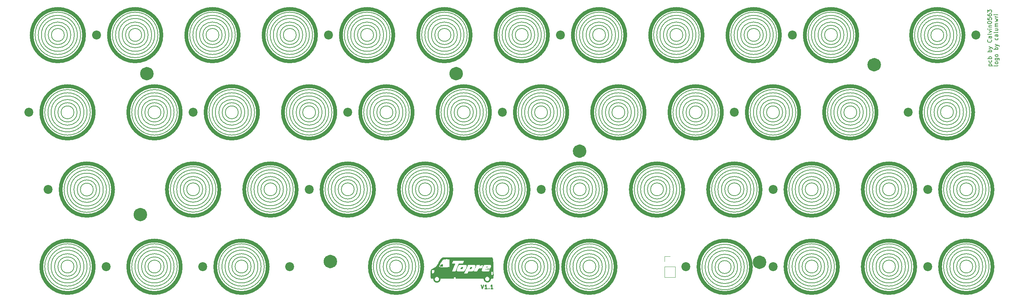
<source format=gbr>
%TF.GenerationSoftware,KiCad,Pcbnew,8.0.5*%
%TF.CreationDate,2024-12-22T15:28:51+01:00*%
%TF.ProjectId,toprevan V2,746f7072-6576-4616-9e20-56322e6b6963,rev?*%
%TF.SameCoordinates,Original*%
%TF.FileFunction,Legend,Top*%
%TF.FilePolarity,Positive*%
%FSLAX46Y46*%
G04 Gerber Fmt 4.6, Leading zero omitted, Abs format (unit mm)*
G04 Created by KiCad (PCBNEW 8.0.5) date 2024-12-22 15:28:51*
%MOMM*%
%LPD*%
G01*
G04 APERTURE LIST*
%ADD10C,0.150000*%
%ADD11C,1.662500*%
%ADD12C,0.200000*%
%ADD13C,0.250000*%
%ADD14C,0.900000*%
%ADD15C,0.120000*%
%ADD16C,0.000000*%
%ADD17C,2.200000*%
G04 APERTURE END LIST*
D10*
X223893910Y-88049840D02*
G75*
G02*
X212668590Y-88049840I-5612660J0D01*
G01*
X212668590Y-88049840D02*
G75*
G02*
X223893910Y-88049840I5612660J0D01*
G01*
X115093750Y-50006250D02*
G75*
G02*
X111918750Y-50006250I-1587500J0D01*
G01*
X111918750Y-50006250D02*
G75*
G02*
X115093750Y-50006250I1587500J0D01*
G01*
X241378597Y-88049840D02*
G75*
G02*
X233283903Y-88049840I-4047347J0D01*
G01*
X233283903Y-88049840D02*
G75*
G02*
X241378597Y-88049840I4047347J0D01*
G01*
X53181250Y-30899840D02*
G75*
G02*
X50006250Y-30899840I-1587500J0D01*
G01*
X50006250Y-30899840D02*
G75*
G02*
X53181250Y-30899840I1587500J0D01*
G01*
X42862500Y-69056250D02*
G75*
G02*
X36512500Y-69056250I-3175000J0D01*
G01*
X36512500Y-69056250D02*
G75*
G02*
X42862500Y-69056250I3175000J0D01*
G01*
X57206410Y-30899840D02*
G75*
G02*
X45981090Y-30899840I-5612660J0D01*
G01*
X45981090Y-30899840D02*
G75*
G02*
X57206410Y-30899840I5612660J0D01*
G01*
X92075000Y-30899840D02*
G75*
G02*
X87312500Y-30899840I-2381250J0D01*
G01*
X87312500Y-30899840D02*
G75*
G02*
X92075000Y-30899840I2381250J0D01*
G01*
X200897347Y-88171942D02*
G75*
G02*
X192802653Y-88171942I-4047347J0D01*
G01*
X192802653Y-88171942D02*
G75*
G02*
X200897347Y-88171942I4047347J0D01*
G01*
X257968750Y-68999840D02*
G75*
G02*
X254793750Y-68999840I-1587500J0D01*
G01*
X254793750Y-68999840D02*
G75*
G02*
X257968750Y-68999840I1587500J0D01*
G01*
X57943750Y-88049840D02*
G75*
G02*
X54768750Y-88049840I-1587500J0D01*
G01*
X54768750Y-88049840D02*
G75*
G02*
X57943750Y-88049840I1587500J0D01*
G01*
X157218910Y-50006250D02*
G75*
G02*
X145993590Y-50006250I-5612660J0D01*
G01*
X145993590Y-50006250D02*
G75*
G02*
X157218910Y-50006250I5612660J0D01*
G01*
X254000000Y-49949840D02*
G75*
G02*
X249237500Y-49949840I-2381250J0D01*
G01*
X249237500Y-49949840D02*
G75*
G02*
X254000000Y-49949840I2381250J0D01*
G01*
X38972347Y-88049840D02*
G75*
G02*
X30877653Y-88049840I-4047347J0D01*
G01*
X30877653Y-88049840D02*
G75*
G02*
X38972347Y-88049840I4047347J0D01*
G01*
X82615693Y-88049840D02*
G75*
G02*
X72959307Y-88049840I-4828193J0D01*
G01*
X72959307Y-88049840D02*
G75*
G02*
X82615693Y-88049840I4828193J0D01*
G01*
X59531250Y-50006250D02*
G75*
G02*
X53181250Y-50006250I-3175000J0D01*
G01*
X53181250Y-50006250D02*
G75*
G02*
X59531250Y-50006250I3175000J0D01*
G01*
X154781250Y-50006250D02*
G75*
G02*
X148431250Y-50006250I-3175000J0D01*
G01*
X148431250Y-50006250D02*
G75*
G02*
X154781250Y-50006250I3175000J0D01*
G01*
X118334443Y-50006250D02*
G75*
G02*
X108678057Y-50006250I-4828193J0D01*
G01*
X108678057Y-50006250D02*
G75*
G02*
X118334443Y-50006250I4828193J0D01*
G01*
X208041097Y-30899840D02*
G75*
G02*
X199946403Y-30899840I-4047347J0D01*
G01*
X199946403Y-30899840D02*
G75*
G02*
X208041097Y-30899840I4047347J0D01*
G01*
X79375000Y-88049840D02*
G75*
G02*
X76200000Y-88049840I-1587500J0D01*
G01*
X76200000Y-88049840D02*
G75*
G02*
X79375000Y-88049840I1587500J0D01*
G01*
X80962500Y-88049840D02*
G75*
G02*
X74612500Y-88049840I-3175000J0D01*
G01*
X74612500Y-88049840D02*
G75*
G02*
X80962500Y-88049840I3175000J0D01*
G01*
X201612500Y-68999840D02*
G75*
G02*
X196850000Y-68999840I-2381250J0D01*
G01*
X196850000Y-68999840D02*
G75*
G02*
X201612500Y-68999840I2381250J0D01*
G01*
X242159443Y-88049840D02*
G75*
G02*
X232503057Y-88049840I-4828193J0D01*
G01*
X232503057Y-88049840D02*
G75*
G02*
X242159443Y-88049840I4828193J0D01*
G01*
X252412500Y-30956250D02*
G75*
G02*
X246062500Y-30956250I-3175000J0D01*
G01*
X246062500Y-30956250D02*
G75*
G02*
X252412500Y-30956250I3175000J0D01*
G01*
X254793750Y-49949840D02*
G75*
G02*
X248443750Y-49949840I-3175000J0D01*
G01*
X248443750Y-49949840D02*
G75*
G02*
X254793750Y-49949840I3175000J0D01*
G01*
X100068910Y-50006250D02*
G75*
G02*
X88843590Y-50006250I-5612660J0D01*
G01*
X88843590Y-50006250D02*
G75*
G02*
X100068910Y-50006250I5612660J0D01*
G01*
X261993910Y-88049840D02*
G75*
G02*
X250768590Y-88049840I-5612660J0D01*
G01*
X250768590Y-88049840D02*
G75*
G02*
X261993910Y-88049840I5612660J0D01*
G01*
X258762500Y-68999840D02*
G75*
G02*
X254000000Y-68999840I-2381250J0D01*
G01*
X254000000Y-68999840D02*
G75*
G02*
X258762500Y-68999840I2381250J0D01*
G01*
X91281250Y-30899840D02*
G75*
G02*
X88106250Y-30899840I-1587500J0D01*
G01*
X88106250Y-30899840D02*
G75*
G02*
X91281250Y-30899840I1587500J0D01*
G01*
X73818750Y-30899840D02*
G75*
G02*
X67468750Y-30899840I-3175000J0D01*
G01*
X67468750Y-30899840D02*
G75*
G02*
X73818750Y-30899840I3175000J0D01*
G01*
X81834847Y-88049840D02*
G75*
G02*
X73740153Y-88049840I-4047347J0D01*
G01*
X73740153Y-88049840D02*
G75*
G02*
X81834847Y-88049840I4047347J0D01*
G01*
X221456250Y-68999840D02*
G75*
G02*
X215106250Y-68999840I-3175000J0D01*
G01*
X215106250Y-68999840D02*
G75*
G02*
X221456250Y-68999840I3175000J0D01*
G01*
X128643910Y-68999840D02*
G75*
G02*
X117418590Y-68999840I-5612660J0D01*
G01*
X117418590Y-68999840D02*
G75*
G02*
X128643910Y-68999840I5612660J0D01*
G01*
X241378597Y-68999840D02*
G75*
G02*
X233283903Y-68999840I-4047347J0D01*
G01*
X233283903Y-68999840D02*
G75*
G02*
X241378597Y-68999840I4047347J0D01*
G01*
X78581250Y-50006250D02*
G75*
G02*
X72231250Y-50006250I-3175000J0D01*
G01*
X72231250Y-50006250D02*
G75*
G02*
X78581250Y-50006250I3175000J0D01*
G01*
X106362500Y-68999840D02*
G75*
G02*
X101600000Y-68999840I-2381250J0D01*
G01*
X101600000Y-68999840D02*
G75*
G02*
X106362500Y-68999840I2381250J0D01*
G01*
X206375000Y-30899840D02*
G75*
G02*
X201612500Y-30899840I-2381250J0D01*
G01*
X201612500Y-30899840D02*
G75*
G02*
X206375000Y-30899840I2381250J0D01*
G01*
X185009443Y-68999840D02*
G75*
G02*
X175353057Y-68999840I-4828193J0D01*
G01*
X175353057Y-68999840D02*
G75*
G02*
X185009443Y-68999840I4828193J0D01*
G01*
X109593910Y-68999840D02*
G75*
G02*
X98368590Y-68999840I-5612660J0D01*
G01*
X98368590Y-68999840D02*
G75*
G02*
X109593910Y-68999840I5612660J0D01*
G01*
X61184443Y-88049840D02*
G75*
G02*
X51528057Y-88049840I-4828193J0D01*
G01*
X51528057Y-88049840D02*
G75*
G02*
X61184443Y-88049840I4828193J0D01*
G01*
X146909443Y-68999840D02*
G75*
G02*
X137253057Y-68999840I-4828193J0D01*
G01*
X137253057Y-68999840D02*
G75*
G02*
X146909443Y-68999840I4828193J0D01*
G01*
X165959443Y-68999840D02*
G75*
G02*
X156303057Y-68999840I-4828193J0D01*
G01*
X156303057Y-68999840D02*
G75*
G02*
X165959443Y-68999840I4828193J0D01*
G01*
X87312500Y-68999840D02*
G75*
G02*
X82550000Y-68999840I-2381250J0D01*
G01*
X82550000Y-68999840D02*
G75*
G02*
X87312500Y-68999840I2381250J0D01*
G01*
X76993750Y-50006250D02*
G75*
G02*
X73818750Y-50006250I-1587500J0D01*
G01*
X73818750Y-50006250D02*
G75*
G02*
X76993750Y-50006250I1587500J0D01*
G01*
X223893910Y-68999840D02*
G75*
G02*
X212668590Y-68999840I-5612660J0D01*
G01*
X212668590Y-68999840D02*
G75*
G02*
X223893910Y-68999840I5612660J0D01*
G01*
X40537660Y-50006250D02*
G75*
G02*
X29312340Y-50006250I-5612660J0D01*
G01*
X29312340Y-50006250D02*
G75*
G02*
X40537660Y-50006250I5612660J0D01*
G01*
X108809443Y-68999840D02*
G75*
G02*
X99153057Y-68999840I-4828193J0D01*
G01*
X99153057Y-68999840D02*
G75*
G02*
X108809443Y-68999840I4828193J0D01*
G01*
D11*
X100516830Y-86809831D02*
G75*
G02*
X98854330Y-86809831I-831250J0D01*
G01*
X98854330Y-86809831D02*
G75*
G02*
X100516830Y-86809831I831250J0D01*
G01*
D10*
X111125000Y-30899840D02*
G75*
G02*
X106362500Y-30899840I-2381250J0D01*
G01*
X106362500Y-30899840D02*
G75*
G02*
X111125000Y-30899840I2381250J0D01*
G01*
X175484443Y-50006250D02*
G75*
G02*
X165828057Y-50006250I-4828193J0D01*
G01*
X165828057Y-50006250D02*
G75*
G02*
X175484443Y-50006250I4828193J0D01*
G01*
X152400000Y-88106250D02*
G75*
G02*
X146050000Y-88106250I-3175000J0D01*
G01*
X146050000Y-88106250D02*
G75*
G02*
X152400000Y-88106250I3175000J0D01*
G01*
X57943750Y-50006250D02*
G75*
G02*
X54768750Y-50006250I-1587500J0D01*
G01*
X54768750Y-50006250D02*
G75*
G02*
X57943750Y-50006250I1587500J0D01*
G01*
X151671943Y-30899840D02*
G75*
G02*
X142015557Y-30899840I-4828193J0D01*
G01*
X142015557Y-30899840D02*
G75*
G02*
X151671943Y-30899840I4828193J0D01*
G01*
X192881250Y-50006250D02*
G75*
G02*
X186531250Y-50006250I-3175000J0D01*
G01*
X186531250Y-50006250D02*
G75*
G02*
X192881250Y-50006250I3175000J0D01*
G01*
X38972347Y-50006250D02*
G75*
G02*
X30877653Y-50006250I-4047347J0D01*
G01*
X30877653Y-50006250D02*
G75*
G02*
X38972347Y-50006250I4047347J0D01*
G01*
X242159443Y-68999840D02*
G75*
G02*
X232503057Y-68999840I-4828193J0D01*
G01*
X232503057Y-68999840D02*
G75*
G02*
X242159443Y-68999840I4828193J0D01*
G01*
X124618750Y-68999840D02*
G75*
G02*
X121443750Y-68999840I-1587500J0D01*
G01*
X121443750Y-68999840D02*
G75*
G02*
X124618750Y-68999840I1587500J0D01*
G01*
X110331250Y-30899840D02*
G75*
G02*
X107156250Y-30899840I-1587500J0D01*
G01*
X107156250Y-30899840D02*
G75*
G02*
X110331250Y-30899840I1587500J0D01*
G01*
X37306250Y-50006250D02*
G75*
G02*
X32543750Y-50006250I-2381250J0D01*
G01*
X32543750Y-50006250D02*
G75*
G02*
X37306250Y-50006250I2381250J0D01*
G01*
X259556250Y-68999840D02*
G75*
G02*
X253206250Y-68999840I-3175000J0D01*
G01*
X253206250Y-68999840D02*
G75*
G02*
X259556250Y-68999840I3175000J0D01*
G01*
X61968910Y-50006250D02*
G75*
G02*
X50743590Y-50006250I-5612660J0D01*
G01*
X50743590Y-50006250D02*
G75*
G02*
X61968910Y-50006250I5612660J0D01*
G01*
X38100000Y-88049840D02*
G75*
G02*
X31750000Y-88049840I-3175000J0D01*
G01*
X31750000Y-88049840D02*
G75*
G02*
X38100000Y-88049840I3175000J0D01*
G01*
X163512500Y-68999840D02*
G75*
G02*
X158750000Y-68999840I-2381250J0D01*
G01*
X158750000Y-68999840D02*
G75*
G02*
X163512500Y-68999840I2381250J0D01*
G01*
X40537660Y-88049840D02*
G75*
G02*
X29312340Y-88049840I-5612660J0D01*
G01*
X29312340Y-88049840D02*
G75*
G02*
X40537660Y-88049840I5612660J0D01*
G01*
X227871943Y-30899840D02*
G75*
G02*
X218215557Y-30899840I-4828193J0D01*
G01*
X218215557Y-30899840D02*
G75*
G02*
X227871943Y-30899840I4828193J0D01*
G01*
X95306410Y-30899840D02*
G75*
G02*
X84081090Y-30899840I-5612660J0D01*
G01*
X84081090Y-30899840D02*
G75*
G02*
X95306410Y-30899840I5612660J0D01*
G01*
X188991097Y-30899840D02*
G75*
G02*
X180896403Y-30899840I-4047347J0D01*
G01*
X180896403Y-30899840D02*
G75*
G02*
X188991097Y-30899840I4047347J0D01*
G01*
X169125160Y-88049840D02*
G75*
G02*
X157899840Y-88049840I-5612660J0D01*
G01*
X157899840Y-88049840D02*
G75*
G02*
X169125160Y-88049840I5612660J0D01*
G01*
X148431250Y-30899840D02*
G75*
G02*
X145256250Y-30899840I-1587500J0D01*
G01*
X145256250Y-30899840D02*
G75*
G02*
X148431250Y-30899840I1587500J0D01*
G01*
X219868750Y-88049840D02*
G75*
G02*
X216693750Y-88049840I-1587500J0D01*
G01*
X216693750Y-88049840D02*
G75*
G02*
X219868750Y-88049840I1587500J0D01*
G01*
X131841097Y-30899840D02*
G75*
G02*
X123746403Y-30899840I-4047347J0D01*
G01*
X123746403Y-30899840D02*
G75*
G02*
X131841097Y-30899840I4047347J0D01*
G01*
X220662500Y-88049840D02*
G75*
G02*
X215900000Y-88049840I-2381250J0D01*
G01*
X215900000Y-88049840D02*
G75*
G02*
X220662500Y-88049840I2381250J0D01*
G01*
X162718750Y-68999840D02*
G75*
G02*
X159543750Y-68999840I-1587500J0D01*
G01*
X159543750Y-68999840D02*
G75*
G02*
X162718750Y-68999840I1587500J0D01*
G01*
X38100000Y-50006250D02*
G75*
G02*
X31750000Y-50006250I-3175000J0D01*
G01*
X31750000Y-50006250D02*
G75*
G02*
X38100000Y-50006250I3175000J0D01*
G01*
X188118750Y-30899840D02*
G75*
G02*
X181768750Y-30899840I-3175000J0D01*
G01*
X181768750Y-30899840D02*
G75*
G02*
X188118750Y-30899840I3175000J0D01*
G01*
X220662500Y-68999840D02*
G75*
G02*
X215900000Y-68999840I-2381250J0D01*
G01*
X215900000Y-68999840D02*
G75*
G02*
X220662500Y-68999840I2381250J0D01*
G01*
X222328597Y-88049840D02*
G75*
G02*
X214233903Y-88049840I-4047347J0D01*
G01*
X214233903Y-88049840D02*
G75*
G02*
X222328597Y-88049840I4047347J0D01*
G01*
X119934847Y-88049840D02*
G75*
G02*
X111840153Y-88049840I-4047347J0D01*
G01*
X111840153Y-88049840D02*
G75*
G02*
X119934847Y-88049840I4047347J0D01*
G01*
X72231250Y-30899840D02*
G75*
G02*
X69056250Y-30899840I-1587500J0D01*
G01*
X69056250Y-30899840D02*
G75*
G02*
X72231250Y-30899840I1587500J0D01*
G01*
X150812500Y-88106250D02*
G75*
G02*
X147637500Y-88106250I-1587500J0D01*
G01*
X147637500Y-88106250D02*
G75*
G02*
X150812500Y-88106250I1587500J0D01*
G01*
X149225000Y-30899840D02*
G75*
G02*
X144462500Y-30899840I-2381250J0D01*
G01*
X144462500Y-30899840D02*
G75*
G02*
X149225000Y-30899840I2381250J0D01*
G01*
X194534443Y-50006250D02*
G75*
G02*
X184878057Y-50006250I-4828193J0D01*
G01*
X184878057Y-50006250D02*
G75*
G02*
X194534443Y-50006250I4828193J0D01*
G01*
X70709443Y-68999840D02*
G75*
G02*
X61053057Y-68999840I-4828193J0D01*
G01*
X61053057Y-68999840D02*
G75*
G02*
X70709443Y-68999840I4828193J0D01*
G01*
X207168750Y-30899840D02*
G75*
G02*
X200818750Y-30899840I-3175000J0D01*
G01*
X200818750Y-30899840D02*
G75*
G02*
X207168750Y-30899840I3175000J0D01*
G01*
X117553597Y-50006250D02*
G75*
G02*
X109458903Y-50006250I-4047347J0D01*
G01*
X109458903Y-50006250D02*
G75*
G02*
X117553597Y-50006250I4047347J0D01*
G01*
X153987500Y-50006250D02*
G75*
G02*
X149225000Y-50006250I-2381250J0D01*
G01*
X149225000Y-50006250D02*
G75*
G02*
X153987500Y-50006250I2381250J0D01*
G01*
X121500160Y-88049840D02*
G75*
G02*
X110274840Y-88049840I-5612660J0D01*
G01*
X110274840Y-88049840D02*
G75*
G02*
X121500160Y-88049840I5612660J0D01*
G01*
X191293750Y-50006250D02*
G75*
G02*
X188118750Y-50006250I-1587500J0D01*
G01*
X188118750Y-50006250D02*
G75*
G02*
X191293750Y-50006250I1587500J0D01*
G01*
X53975000Y-30899840D02*
G75*
G02*
X49212500Y-30899840I-2381250J0D01*
G01*
X49212500Y-30899840D02*
G75*
G02*
X53975000Y-30899840I2381250J0D01*
G01*
X138168910Y-50006250D02*
G75*
G02*
X126943590Y-50006250I-5612660J0D01*
G01*
X126943590Y-50006250D02*
G75*
G02*
X138168910Y-50006250I5612660J0D01*
G01*
X71493910Y-68999840D02*
G75*
G02*
X60268590Y-68999840I-5612660J0D01*
G01*
X60268590Y-68999840D02*
G75*
G02*
X71493910Y-68999840I5612660J0D01*
G01*
X223109443Y-88049840D02*
G75*
G02*
X213453057Y-88049840I-4828193J0D01*
G01*
X213453057Y-88049840D02*
G75*
G02*
X223109443Y-88049840I4828193J0D01*
G01*
X231853597Y-50006250D02*
G75*
G02*
X223758903Y-50006250I-4047347J0D01*
G01*
X223758903Y-50006250D02*
G75*
G02*
X231853597Y-50006250I4047347J0D01*
G01*
X165178597Y-68999840D02*
G75*
G02*
X157083903Y-68999840I-4047347J0D01*
G01*
X157083903Y-68999840D02*
G75*
G02*
X165178597Y-68999840I4047347J0D01*
G01*
X168275000Y-30899840D02*
G75*
G02*
X163512500Y-30899840I-2381250J0D01*
G01*
X163512500Y-30899840D02*
G75*
G02*
X168275000Y-30899840I2381250J0D01*
G01*
X36512500Y-50006250D02*
G75*
G02*
X33337500Y-50006250I-1587500J0D01*
G01*
X33337500Y-50006250D02*
G75*
G02*
X36512500Y-50006250I1587500J0D01*
G01*
X259556250Y-88049840D02*
G75*
G02*
X253206250Y-88049840I-3175000J0D01*
G01*
X253206250Y-88049840D02*
G75*
G02*
X259556250Y-88049840I3175000J0D01*
G01*
X45300160Y-69056250D02*
G75*
G02*
X34074840Y-69056250I-5612660J0D01*
G01*
X34074840Y-69056250D02*
G75*
G02*
X45300160Y-69056250I5612660J0D01*
G01*
X261209443Y-88049840D02*
G75*
G02*
X251553057Y-88049840I-4828193J0D01*
G01*
X251553057Y-88049840D02*
G75*
G02*
X261209443Y-88049840I4828193J0D01*
G01*
X153272347Y-88106250D02*
G75*
G02*
X145177653Y-88106250I-4047347J0D01*
G01*
X145177653Y-88106250D02*
G75*
G02*
X153272347Y-88106250I4047347J0D01*
G01*
X37306250Y-88049840D02*
G75*
G02*
X32543750Y-88049840I-2381250J0D01*
G01*
X32543750Y-88049840D02*
G75*
G02*
X37306250Y-88049840I2381250J0D01*
G01*
X261209443Y-68999840D02*
G75*
G02*
X251553057Y-68999840I-4828193J0D01*
G01*
X251553057Y-68999840D02*
G75*
G02*
X261209443Y-68999840I4828193J0D01*
G01*
X88106250Y-68999840D02*
G75*
G02*
X81756250Y-68999840I-3175000J0D01*
G01*
X81756250Y-68999840D02*
G75*
G02*
X88106250Y-68999840I3175000J0D01*
G01*
X55641097Y-30899840D02*
G75*
G02*
X47546403Y-30899840I-4047347J0D01*
G01*
X47546403Y-30899840D02*
G75*
G02*
X55641097Y-30899840I4047347J0D01*
G01*
X37371943Y-30899840D02*
G75*
G02*
X27715557Y-30899840I-4828193J0D01*
G01*
X27715557Y-30899840D02*
G75*
G02*
X37371943Y-30899840I4828193J0D01*
G01*
X232634443Y-50006250D02*
G75*
G02*
X222978057Y-50006250I-4828193J0D01*
G01*
X222978057Y-50006250D02*
G75*
G02*
X232634443Y-50006250I4828193J0D01*
G01*
X136603597Y-50006250D02*
G75*
G02*
X128508903Y-50006250I-4047347J0D01*
G01*
X128508903Y-50006250D02*
G75*
G02*
X136603597Y-50006250I4047347J0D01*
G01*
X213584443Y-50006250D02*
G75*
G02*
X203928057Y-50006250I-4828193J0D01*
G01*
X203928057Y-50006250D02*
G75*
G02*
X213584443Y-50006250I4828193J0D01*
G01*
X253284847Y-30956250D02*
G75*
G02*
X245190153Y-30956250I-4047347J0D01*
G01*
X245190153Y-30956250D02*
G75*
G02*
X253284847Y-30956250I4047347J0D01*
G01*
X189771943Y-30899840D02*
G75*
G02*
X180115557Y-30899840I-4828193J0D01*
G01*
X180115557Y-30899840D02*
G75*
G02*
X189771943Y-30899840I4828193J0D01*
G01*
X34925000Y-30899840D02*
G75*
G02*
X30162500Y-30899840I-2381250J0D01*
G01*
X30162500Y-30899840D02*
G75*
G02*
X34925000Y-30899840I2381250J0D01*
G01*
X239712500Y-88049840D02*
G75*
G02*
X234950000Y-88049840I-2381250J0D01*
G01*
X234950000Y-88049840D02*
G75*
G02*
X239712500Y-88049840I2381250J0D01*
G01*
X150891097Y-30899840D02*
G75*
G02*
X142796403Y-30899840I-4047347J0D01*
G01*
X142796403Y-30899840D02*
G75*
G02*
X150891097Y-30899840I4047347J0D01*
G01*
X239712500Y-68999840D02*
G75*
G02*
X234950000Y-68999840I-2381250J0D01*
G01*
X234950000Y-68999840D02*
G75*
G02*
X239712500Y-68999840I2381250J0D01*
G01*
X172243750Y-50006250D02*
G75*
G02*
X169068750Y-50006250I-1587500J0D01*
G01*
X169068750Y-50006250D02*
G75*
G02*
X172243750Y-50006250I1587500J0D01*
G01*
X90543910Y-68999840D02*
G75*
G02*
X79318590Y-68999840I-5612660J0D01*
G01*
X79318590Y-68999840D02*
G75*
G02*
X90543910Y-68999840I5612660J0D01*
G01*
X60403597Y-50006250D02*
G75*
G02*
X52308903Y-50006250I-4047347J0D01*
G01*
X52308903Y-50006250D02*
G75*
G02*
X60403597Y-50006250I4047347J0D01*
G01*
X182562500Y-68999840D02*
G75*
G02*
X177800000Y-68999840I-2381250J0D01*
G01*
X177800000Y-68999840D02*
G75*
G02*
X182562500Y-68999840I2381250J0D01*
G01*
X151606250Y-88106250D02*
G75*
G02*
X146843750Y-88106250I-2381250J0D01*
G01*
X146843750Y-88106250D02*
G75*
G02*
X151606250Y-88106250I2381250J0D01*
G01*
X199231250Y-88171942D02*
G75*
G02*
X194468750Y-88171942I-2381250J0D01*
G01*
X194468750Y-88171942D02*
G75*
G02*
X199231250Y-88171942I2381250J0D01*
G01*
X58737500Y-50006250D02*
G75*
G02*
X53975000Y-50006250I-2381250J0D01*
G01*
X53975000Y-50006250D02*
G75*
G02*
X58737500Y-50006250I2381250J0D01*
G01*
X186531250Y-30899840D02*
G75*
G02*
X183356250Y-30899840I-1587500J0D01*
G01*
X183356250Y-30899840D02*
G75*
G02*
X186531250Y-30899840I1587500J0D01*
G01*
X36591097Y-30899840D02*
G75*
G02*
X28496403Y-30899840I-4047347J0D01*
G01*
X28496403Y-30899840D02*
G75*
G02*
X36591097Y-30899840I4047347J0D01*
G01*
X44515693Y-69056250D02*
G75*
G02*
X34859307Y-69056250I-4828193J0D01*
G01*
X34859307Y-69056250D02*
G75*
G02*
X44515693Y-69056250I4828193J0D01*
G01*
X76256410Y-30899840D02*
G75*
G02*
X65031090Y-30899840I-5612660J0D01*
G01*
X65031090Y-30899840D02*
G75*
G02*
X76256410Y-30899840I5612660J0D01*
G01*
X73025000Y-30899840D02*
G75*
G02*
X68262500Y-30899840I-2381250J0D01*
G01*
X68262500Y-30899840D02*
G75*
G02*
X73025000Y-30899840I2381250J0D01*
G01*
X146128597Y-68999840D02*
G75*
G02*
X138033903Y-68999840I-4047347J0D01*
G01*
X138033903Y-68999840D02*
G75*
G02*
X146128597Y-68999840I4047347J0D01*
G01*
X224631250Y-30899840D02*
G75*
G02*
X221456250Y-30899840I-1587500J0D01*
G01*
X221456250Y-30899840D02*
G75*
G02*
X224631250Y-30899840I1587500J0D01*
G01*
X173831250Y-50006250D02*
G75*
G02*
X167481250Y-50006250I-3175000J0D01*
G01*
X167481250Y-50006250D02*
G75*
G02*
X173831250Y-50006250I3175000J0D01*
G01*
X169941097Y-30899840D02*
G75*
G02*
X161846403Y-30899840I-4047347J0D01*
G01*
X161846403Y-30899840D02*
G75*
G02*
X169941097Y-30899840I4047347J0D01*
G01*
X43734847Y-69056250D02*
G75*
G02*
X35640153Y-69056250I-4047347J0D01*
G01*
X35640153Y-69056250D02*
G75*
G02*
X43734847Y-69056250I4047347J0D01*
G01*
X36512500Y-88049840D02*
G75*
G02*
X33337500Y-88049840I-1587500J0D01*
G01*
X33337500Y-88049840D02*
G75*
G02*
X36512500Y-88049840I1587500J0D01*
G01*
X116681250Y-50006250D02*
G75*
G02*
X110331250Y-50006250I-3175000J0D01*
G01*
X110331250Y-50006250D02*
G75*
G02*
X116681250Y-50006250I3175000J0D01*
G01*
X202406250Y-68999840D02*
G75*
G02*
X196056250Y-68999840I-3175000J0D01*
G01*
X196056250Y-68999840D02*
G75*
G02*
X202406250Y-68999840I3175000J0D01*
G01*
X75471943Y-30899840D02*
G75*
G02*
X65815557Y-30899840I-4828193J0D01*
G01*
X65815557Y-30899840D02*
G75*
G02*
X75471943Y-30899840I4828193J0D01*
G01*
X242943910Y-68999840D02*
G75*
G02*
X231718590Y-68999840I-5612660J0D01*
G01*
X231718590Y-68999840D02*
G75*
G02*
X242943910Y-68999840I5612660J0D01*
G01*
X250825000Y-30956250D02*
G75*
G02*
X247650000Y-30956250I-1587500J0D01*
G01*
X247650000Y-30956250D02*
G75*
G02*
X250825000Y-30956250I1587500J0D01*
G01*
X254850160Y-30956250D02*
G75*
G02*
X243624840Y-30956250I-5612660J0D01*
G01*
X243624840Y-30956250D02*
G75*
G02*
X254850160Y-30956250I5612660J0D01*
G01*
X39753193Y-88049840D02*
G75*
G02*
X30096807Y-88049840I-4828193J0D01*
G01*
X30096807Y-88049840D02*
G75*
G02*
X39753193Y-88049840I4828193J0D01*
G01*
X74691097Y-30899840D02*
G75*
G02*
X66596403Y-30899840I-4047347J0D01*
G01*
X66596403Y-30899840D02*
G75*
G02*
X74691097Y-30899840I4047347J0D01*
G01*
X153193750Y-50006250D02*
G75*
G02*
X150018750Y-50006250I-1587500J0D01*
G01*
X150018750Y-50006250D02*
G75*
G02*
X153193750Y-50006250I1587500J0D01*
G01*
X256446943Y-49949840D02*
G75*
G02*
X246790557Y-49949840I-4828193J0D01*
G01*
X246790557Y-49949840D02*
G75*
G02*
X256446943Y-49949840I4828193J0D01*
G01*
X68262500Y-68999840D02*
G75*
G02*
X63500000Y-68999840I-2381250J0D01*
G01*
X63500000Y-68999840D02*
G75*
G02*
X68262500Y-68999840I2381250J0D01*
G01*
X212803597Y-50006250D02*
G75*
G02*
X204708903Y-50006250I-4047347J0D01*
G01*
X204708903Y-50006250D02*
G75*
G02*
X212803597Y-50006250I4047347J0D01*
G01*
X144462500Y-68999840D02*
G75*
G02*
X139700000Y-68999840I-2381250J0D01*
G01*
X139700000Y-68999840D02*
G75*
G02*
X144462500Y-68999840I2381250J0D01*
G01*
X130175000Y-30899840D02*
G75*
G02*
X125412500Y-30899840I-2381250J0D01*
G01*
X125412500Y-30899840D02*
G75*
G02*
X130175000Y-30899840I2381250J0D01*
G01*
X219868750Y-68999840D02*
G75*
G02*
X216693750Y-68999840I-1587500J0D01*
G01*
X216693750Y-68999840D02*
G75*
G02*
X219868750Y-68999840I1587500J0D01*
G01*
X240506250Y-88049840D02*
G75*
G02*
X234156250Y-88049840I-3175000J0D01*
G01*
X234156250Y-88049840D02*
G75*
G02*
X240506250Y-88049840I3175000J0D01*
G01*
X167559847Y-88049840D02*
G75*
G02*
X159465153Y-88049840I-4047347J0D01*
G01*
X159465153Y-88049840D02*
G75*
G02*
X167559847Y-88049840I4047347J0D01*
G01*
X260428597Y-88049840D02*
G75*
G02*
X252333903Y-88049840I-4047347J0D01*
G01*
X252333903Y-88049840D02*
G75*
G02*
X260428597Y-88049840I4047347J0D01*
G01*
X193753597Y-50006250D02*
G75*
G02*
X185658903Y-50006250I-4047347J0D01*
G01*
X185658903Y-50006250D02*
G75*
G02*
X193753597Y-50006250I4047347J0D01*
G01*
D11*
X206263227Y-86989076D02*
G75*
G02*
X204600727Y-86989076I-831250J0D01*
G01*
X204600727Y-86989076D02*
G75*
G02*
X206263227Y-86989076I831250J0D01*
G01*
D10*
X125412500Y-68999840D02*
G75*
G02*
X120650000Y-68999840I-2381250J0D01*
G01*
X120650000Y-68999840D02*
G75*
G02*
X125412500Y-68999840I2381250J0D01*
G01*
X130968750Y-30899840D02*
G75*
G02*
X124618750Y-30899840I-3175000J0D01*
G01*
X124618750Y-30899840D02*
G75*
G02*
X130968750Y-30899840I3175000J0D01*
G01*
X60403597Y-88049840D02*
G75*
G02*
X52308903Y-88049840I-4047347J0D01*
G01*
X52308903Y-88049840D02*
G75*
G02*
X60403597Y-88049840I4047347J0D01*
G01*
X174703597Y-50006250D02*
G75*
G02*
X166608903Y-50006250I-4047347J0D01*
G01*
X166608903Y-50006250D02*
G75*
G02*
X174703597Y-50006250I4047347J0D01*
G01*
X258762500Y-88049840D02*
G75*
G02*
X254000000Y-88049840I-2381250J0D01*
G01*
X254000000Y-88049840D02*
G75*
G02*
X258762500Y-88049840I2381250J0D01*
G01*
X166743910Y-68999840D02*
G75*
G02*
X155518590Y-68999840I-5612660J0D01*
G01*
X155518590Y-68999840D02*
G75*
G02*
X166743910Y-68999840I5612660J0D01*
G01*
X94521943Y-30899840D02*
G75*
G02*
X84865557Y-30899840I-4828193J0D01*
G01*
X84865557Y-30899840D02*
G75*
G02*
X94521943Y-30899840I4828193J0D01*
G01*
X80234443Y-50006250D02*
G75*
G02*
X70578057Y-50006250I-4828193J0D01*
G01*
X70578057Y-50006250D02*
G75*
G02*
X80234443Y-50006250I4828193J0D01*
G01*
X221456250Y-88049840D02*
G75*
G02*
X215106250Y-88049840I-3175000J0D01*
G01*
X215106250Y-88049840D02*
G75*
G02*
X221456250Y-88049840I3175000J0D01*
G01*
X127859443Y-68999840D02*
G75*
G02*
X118203057Y-68999840I-4828193J0D01*
G01*
X118203057Y-68999840D02*
G75*
G02*
X127859443Y-68999840I4828193J0D01*
G01*
X154837660Y-88106250D02*
G75*
G02*
X143612340Y-88106250I-5612660J0D01*
G01*
X143612340Y-88106250D02*
G75*
G02*
X154837660Y-88106250I5612660J0D01*
G01*
X227091097Y-30899840D02*
G75*
G02*
X218996403Y-30899840I-4047347J0D01*
G01*
X218996403Y-30899840D02*
G75*
G02*
X227091097Y-30899840I4047347J0D01*
G01*
D11*
X131516382Y-40456607D02*
G75*
G02*
X129853882Y-40456607I-831250J0D01*
G01*
X129853882Y-40456607D02*
G75*
G02*
X131516382Y-40456607I831250J0D01*
G01*
D10*
X195318910Y-50006250D02*
G75*
G02*
X184093590Y-50006250I-5612660J0D01*
G01*
X184093590Y-50006250D02*
G75*
G02*
X195318910Y-50006250I5612660J0D01*
G01*
X38156410Y-30899840D02*
G75*
G02*
X26931090Y-30899840I-5612660J0D01*
G01*
X26931090Y-30899840D02*
G75*
G02*
X38156410Y-30899840I5612660J0D01*
G01*
X134143750Y-50006250D02*
G75*
G02*
X130968750Y-50006250I-1587500J0D01*
G01*
X130968750Y-50006250D02*
G75*
G02*
X134143750Y-50006250I1587500J0D01*
G01*
X154053193Y-88106250D02*
G75*
G02*
X144396807Y-88106250I-4828193J0D01*
G01*
X144396807Y-88106250D02*
G75*
G02*
X154053193Y-88106250I4828193J0D01*
G01*
X251618750Y-30956250D02*
G75*
G02*
X246856250Y-30956250I-2381250J0D01*
G01*
X246856250Y-30956250D02*
G75*
G02*
X251618750Y-30956250I2381250J0D01*
G01*
D11*
X55302537Y-40459135D02*
G75*
G02*
X53640037Y-40459135I-831250J0D01*
G01*
X53640037Y-40459135D02*
G75*
G02*
X55302537Y-40459135I831250J0D01*
G01*
D10*
X183356250Y-68999840D02*
G75*
G02*
X177006250Y-68999840I-3175000J0D01*
G01*
X177006250Y-68999840D02*
G75*
G02*
X183356250Y-68999840I3175000J0D01*
G01*
X233418910Y-50006250D02*
G75*
G02*
X222193590Y-50006250I-5612660J0D01*
G01*
X222193590Y-50006250D02*
G75*
G02*
X233418910Y-50006250I5612660J0D01*
G01*
X120715693Y-88049840D02*
G75*
G02*
X111059307Y-88049840I-4828193J0D01*
G01*
X111059307Y-88049840D02*
G75*
G02*
X120715693Y-88049840I4828193J0D01*
G01*
X165893750Y-88049840D02*
G75*
G02*
X161131250Y-88049840I-2381250J0D01*
G01*
X161131250Y-88049840D02*
G75*
G02*
X165893750Y-88049840I2381250J0D01*
G01*
X77787500Y-50006250D02*
G75*
G02*
X73025000Y-50006250I-2381250J0D01*
G01*
X73025000Y-50006250D02*
G75*
G02*
X77787500Y-50006250I2381250J0D01*
G01*
X225425000Y-30899840D02*
G75*
G02*
X220662500Y-30899840I-2381250J0D01*
G01*
X220662500Y-30899840D02*
G75*
G02*
X225425000Y-30899840I2381250J0D01*
G01*
X230981250Y-50006250D02*
G75*
G02*
X224631250Y-50006250I-3175000J0D01*
G01*
X224631250Y-50006250D02*
G75*
G02*
X230981250Y-50006250I3175000J0D01*
G01*
X89759443Y-68999840D02*
G75*
G02*
X80103057Y-68999840I-4828193J0D01*
G01*
X80103057Y-68999840D02*
G75*
G02*
X89759443Y-68999840I4828193J0D01*
G01*
X92868750Y-30899840D02*
G75*
G02*
X86518750Y-30899840I-3175000J0D01*
G01*
X86518750Y-30899840D02*
G75*
G02*
X92868750Y-30899840I3175000J0D01*
G01*
X156434443Y-50006250D02*
G75*
G02*
X146778057Y-50006250I-4828193J0D01*
G01*
X146778057Y-50006250D02*
G75*
G02*
X156434443Y-50006250I4828193J0D01*
G01*
X96043750Y-50006250D02*
G75*
G02*
X92868750Y-50006250I-1587500J0D01*
G01*
X92868750Y-50006250D02*
G75*
G02*
X96043750Y-50006250I1587500J0D01*
G01*
X167481250Y-30899840D02*
G75*
G02*
X164306250Y-30899840I-1587500J0D01*
G01*
X164306250Y-30899840D02*
G75*
G02*
X167481250Y-30899840I1587500J0D01*
G01*
X211137500Y-50006250D02*
G75*
G02*
X206375000Y-50006250I-2381250J0D01*
G01*
X206375000Y-50006250D02*
G75*
G02*
X211137500Y-50006250I2381250J0D01*
G01*
X173037500Y-50006250D02*
G75*
G02*
X168275000Y-50006250I-2381250J0D01*
G01*
X168275000Y-50006250D02*
G75*
G02*
X173037500Y-50006250I2381250J0D01*
G01*
X150018750Y-30899840D02*
G75*
G02*
X143668750Y-30899840I-3175000J0D01*
G01*
X143668750Y-30899840D02*
G75*
G02*
X150018750Y-30899840I3175000J0D01*
G01*
X97631250Y-50006250D02*
G75*
G02*
X91281250Y-50006250I-3175000J0D01*
G01*
X91281250Y-50006250D02*
G75*
G02*
X97631250Y-50006250I3175000J0D01*
G01*
X226218750Y-30899840D02*
G75*
G02*
X219868750Y-30899840I-3175000J0D01*
G01*
X219868750Y-30899840D02*
G75*
G02*
X226218750Y-30899840I3175000J0D01*
G01*
X209606410Y-30899840D02*
G75*
G02*
X198381090Y-30899840I-5612660J0D01*
G01*
X198381090Y-30899840D02*
G75*
G02*
X209606410Y-30899840I5612660J0D01*
G01*
X230187500Y-50006250D02*
G75*
G02*
X225425000Y-50006250I-2381250J0D01*
G01*
X225425000Y-50006250D02*
G75*
G02*
X230187500Y-50006250I2381250J0D01*
G01*
X115887500Y-50006250D02*
G75*
G02*
X111125000Y-50006250I-2381250J0D01*
G01*
X111125000Y-50006250D02*
G75*
G02*
X115887500Y-50006250I2381250J0D01*
G01*
X155653597Y-50006250D02*
G75*
G02*
X147558903Y-50006250I-4047347J0D01*
G01*
X147558903Y-50006250D02*
G75*
G02*
X155653597Y-50006250I4047347J0D01*
G01*
X134937500Y-50006250D02*
G75*
G02*
X130175000Y-50006250I-2381250J0D01*
G01*
X130175000Y-50006250D02*
G75*
G02*
X134937500Y-50006250I2381250J0D01*
G01*
X61968910Y-88049840D02*
G75*
G02*
X50743590Y-88049840I-5612660J0D01*
G01*
X50743590Y-88049840D02*
G75*
G02*
X61968910Y-88049840I5612660J0D01*
G01*
X135731250Y-50006250D02*
G75*
G02*
X129381250Y-50006250I-3175000J0D01*
G01*
X129381250Y-50006250D02*
G75*
G02*
X135731250Y-50006250I3175000J0D01*
G01*
X184228597Y-68999840D02*
G75*
G02*
X176133903Y-68999840I-4047347J0D01*
G01*
X176133903Y-68999840D02*
G75*
G02*
X184228597Y-68999840I4047347J0D01*
G01*
X255666097Y-49949840D02*
G75*
G02*
X247571403Y-49949840I-4047347J0D01*
G01*
X247571403Y-49949840D02*
G75*
G02*
X255666097Y-49949840I4047347J0D01*
G01*
D11*
X53700896Y-75234339D02*
G75*
G02*
X52038396Y-75234339I-831250J0D01*
G01*
X52038396Y-75234339D02*
G75*
G02*
X53700896Y-75234339I831250J0D01*
G01*
D10*
X152456410Y-30899840D02*
G75*
G02*
X141231090Y-30899840I-5612660J0D01*
G01*
X141231090Y-30899840D02*
G75*
G02*
X152456410Y-30899840I5612660J0D01*
G01*
X111918750Y-30899840D02*
G75*
G02*
X105568750Y-30899840I-3175000J0D01*
G01*
X105568750Y-30899840D02*
G75*
G02*
X111918750Y-30899840I3175000J0D01*
G01*
X105568750Y-68999840D02*
G75*
G02*
X102393750Y-68999840I-1587500J0D01*
G01*
X102393750Y-68999840D02*
G75*
G02*
X105568750Y-68999840I1587500J0D01*
G01*
X254065693Y-30956250D02*
G75*
G02*
X244409307Y-30956250I-4828193J0D01*
G01*
X244409307Y-30956250D02*
G75*
G02*
X254065693Y-30956250I4828193J0D01*
G01*
X35718750Y-30899840D02*
G75*
G02*
X29368750Y-30899840I-3175000J0D01*
G01*
X29368750Y-30899840D02*
G75*
G02*
X35718750Y-30899840I3175000J0D01*
G01*
X133406410Y-30899840D02*
G75*
G02*
X122181090Y-30899840I-5612660J0D01*
G01*
X122181090Y-30899840D02*
G75*
G02*
X133406410Y-30899840I5612660J0D01*
G01*
X181768750Y-68999840D02*
G75*
G02*
X178593750Y-68999840I-1587500J0D01*
G01*
X178593750Y-68999840D02*
G75*
G02*
X181768750Y-68999840I1587500J0D01*
G01*
X208821943Y-30899840D02*
G75*
G02*
X199165557Y-30899840I-4828193J0D01*
G01*
X199165557Y-30899840D02*
G75*
G02*
X208821943Y-30899840I4828193J0D01*
G01*
X192087500Y-50006250D02*
G75*
G02*
X187325000Y-50006250I-2381250J0D01*
G01*
X187325000Y-50006250D02*
G75*
G02*
X192087500Y-50006250I2381250J0D01*
G01*
X118268750Y-88049840D02*
G75*
G02*
X113506250Y-88049840I-2381250J0D01*
G01*
X113506250Y-88049840D02*
G75*
G02*
X118268750Y-88049840I2381250J0D01*
G01*
X107156250Y-68999840D02*
G75*
G02*
X100806250Y-68999840I-3175000J0D01*
G01*
X100806250Y-68999840D02*
G75*
G02*
X107156250Y-68999840I3175000J0D01*
G01*
X42068750Y-69056250D02*
G75*
G02*
X37306250Y-69056250I-2381250J0D01*
G01*
X37306250Y-69056250D02*
G75*
G02*
X42068750Y-69056250I2381250J0D01*
G01*
X114356410Y-30899840D02*
G75*
G02*
X103131090Y-30899840I-5612660J0D01*
G01*
X103131090Y-30899840D02*
G75*
G02*
X114356410Y-30899840I5612660J0D01*
G01*
X67468750Y-68999840D02*
G75*
G02*
X64293750Y-68999840I-1587500J0D01*
G01*
X64293750Y-68999840D02*
G75*
G02*
X67468750Y-68999840I1587500J0D01*
G01*
X98503597Y-50006250D02*
G75*
G02*
X90408903Y-50006250I-4047347J0D01*
G01*
X90408903Y-50006250D02*
G75*
G02*
X98503597Y-50006250I4047347J0D01*
G01*
X170721943Y-30899840D02*
G75*
G02*
X161065557Y-30899840I-4828193J0D01*
G01*
X161065557Y-30899840D02*
G75*
G02*
X170721943Y-30899840I4828193J0D01*
G01*
X169068750Y-30899840D02*
G75*
G02*
X162718750Y-30899840I-3175000J0D01*
G01*
X162718750Y-30899840D02*
G75*
G02*
X169068750Y-30899840I3175000J0D01*
G01*
X108028597Y-68999840D02*
G75*
G02*
X99933903Y-68999840I-4047347J0D01*
G01*
X99933903Y-68999840D02*
G75*
G02*
X108028597Y-68999840I4047347J0D01*
G01*
X58737500Y-88049840D02*
G75*
G02*
X53975000Y-88049840I-2381250J0D01*
G01*
X53975000Y-88049840D02*
G75*
G02*
X58737500Y-88049840I2381250J0D01*
G01*
X204059443Y-68999840D02*
G75*
G02*
X194403057Y-68999840I-4828193J0D01*
G01*
X194403057Y-68999840D02*
G75*
G02*
X204059443Y-68999840I4828193J0D01*
G01*
X99284443Y-50006250D02*
G75*
G02*
X89628057Y-50006250I-4828193J0D01*
G01*
X89628057Y-50006250D02*
G75*
G02*
X99284443Y-50006250I4828193J0D01*
G01*
X228656410Y-30899840D02*
G75*
G02*
X217431090Y-30899840I-5612660J0D01*
G01*
X217431090Y-30899840D02*
G75*
G02*
X228656410Y-30899840I5612660J0D01*
G01*
X61184443Y-50006250D02*
G75*
G02*
X51528057Y-50006250I-4828193J0D01*
G01*
X51528057Y-50006250D02*
G75*
G02*
X61184443Y-50006250I4828193J0D01*
G01*
X238918750Y-68999840D02*
G75*
G02*
X235743750Y-68999840I-1587500J0D01*
G01*
X235743750Y-68999840D02*
G75*
G02*
X238918750Y-68999840I1587500J0D01*
G01*
X214368910Y-50006250D02*
G75*
G02*
X203143590Y-50006250I-5612660J0D01*
G01*
X203143590Y-50006250D02*
G75*
G02*
X214368910Y-50006250I5612660J0D01*
G01*
X171506410Y-30899840D02*
G75*
G02*
X160281090Y-30899840I-5612660J0D01*
G01*
X160281090Y-30899840D02*
G75*
G02*
X171506410Y-30899840I5612660J0D01*
G01*
X34131250Y-30899840D02*
G75*
G02*
X30956250Y-30899840I-1587500J0D01*
G01*
X30956250Y-30899840D02*
G75*
G02*
X34131250Y-30899840I1587500J0D01*
G01*
X242943910Y-88049840D02*
G75*
G02*
X231718590Y-88049840I-5612660J0D01*
G01*
X231718590Y-88049840D02*
G75*
G02*
X242943910Y-88049840I5612660J0D01*
G01*
X80168750Y-88049840D02*
G75*
G02*
X75406250Y-88049840I-2381250J0D01*
G01*
X75406250Y-88049840D02*
G75*
G02*
X80168750Y-88049840I2381250J0D01*
G01*
X129381250Y-30899840D02*
G75*
G02*
X126206250Y-30899840I-1587500J0D01*
G01*
X126206250Y-30899840D02*
G75*
G02*
X129381250Y-30899840I1587500J0D01*
G01*
X187325000Y-30899840D02*
G75*
G02*
X182562500Y-30899840I-2381250J0D01*
G01*
X182562500Y-30899840D02*
G75*
G02*
X187325000Y-30899840I2381250J0D01*
G01*
X165100000Y-88049840D02*
G75*
G02*
X161925000Y-88049840I-1587500J0D01*
G01*
X161925000Y-88049840D02*
G75*
G02*
X165100000Y-88049840I1587500J0D01*
G01*
X147693910Y-68999840D02*
G75*
G02*
X136468590Y-68999840I-5612660J0D01*
G01*
X136468590Y-68999840D02*
G75*
G02*
X147693910Y-68999840I5612660J0D01*
G01*
X229393750Y-50006250D02*
G75*
G02*
X226218750Y-50006250I-1587500J0D01*
G01*
X226218750Y-50006250D02*
G75*
G02*
X229393750Y-50006250I1587500J0D01*
G01*
X96837500Y-50006250D02*
G75*
G02*
X92075000Y-50006250I-2381250J0D01*
G01*
X92075000Y-50006250D02*
G75*
G02*
X96837500Y-50006250I2381250J0D01*
G01*
X200818750Y-68999840D02*
G75*
G02*
X197643750Y-68999840I-1587500J0D01*
G01*
X197643750Y-68999840D02*
G75*
G02*
X200818750Y-68999840I1587500J0D01*
G01*
X223109443Y-68999840D02*
G75*
G02*
X213453057Y-68999840I-4828193J0D01*
G01*
X213453057Y-68999840D02*
G75*
G02*
X223109443Y-68999840I4828193J0D01*
G01*
X117475000Y-88049840D02*
G75*
G02*
X114300000Y-88049840I-1587500J0D01*
G01*
X114300000Y-88049840D02*
G75*
G02*
X117475000Y-88049840I1587500J0D01*
G01*
X88978597Y-68999840D02*
G75*
G02*
X80883903Y-68999840I-4047347J0D01*
G01*
X80883903Y-68999840D02*
G75*
G02*
X88978597Y-68999840I4047347J0D01*
G01*
X132621943Y-30899840D02*
G75*
G02*
X122965557Y-30899840I-4828193J0D01*
G01*
X122965557Y-30899840D02*
G75*
G02*
X132621943Y-30899840I4828193J0D01*
G01*
D11*
X234514685Y-38259341D02*
G75*
G02*
X232852185Y-38259341I-831250J0D01*
G01*
X232852185Y-38259341D02*
G75*
G02*
X234514685Y-38259341I831250J0D01*
G01*
D10*
X56421943Y-30899840D02*
G75*
G02*
X46765557Y-30899840I-4828193J0D01*
G01*
X46765557Y-30899840D02*
G75*
G02*
X56421943Y-30899840I4828193J0D01*
G01*
X176268910Y-50006250D02*
G75*
G02*
X165043590Y-50006250I-5612660J0D01*
G01*
X165043590Y-50006250D02*
G75*
G02*
X176268910Y-50006250I5612660J0D01*
G01*
X201678193Y-88171942D02*
G75*
G02*
X192021807Y-88171942I-4828193J0D01*
G01*
X192021807Y-88171942D02*
G75*
G02*
X201678193Y-88171942I4828193J0D01*
G01*
X238918750Y-88049840D02*
G75*
G02*
X235743750Y-88049840I-1587500J0D01*
G01*
X235743750Y-88049840D02*
G75*
G02*
X238918750Y-88049840I1587500J0D01*
G01*
X93741097Y-30899840D02*
G75*
G02*
X85646403Y-30899840I-4047347J0D01*
G01*
X85646403Y-30899840D02*
G75*
G02*
X93741097Y-30899840I4047347J0D01*
G01*
X261993910Y-68999840D02*
G75*
G02*
X250768590Y-68999840I-5612660J0D01*
G01*
X250768590Y-68999840D02*
G75*
G02*
X261993910Y-68999840I5612660J0D01*
G01*
X210343750Y-50006250D02*
G75*
G02*
X207168750Y-50006250I-1587500J0D01*
G01*
X207168750Y-50006250D02*
G75*
G02*
X210343750Y-50006250I1587500J0D01*
G01*
X127078597Y-68999840D02*
G75*
G02*
X118983903Y-68999840I-4047347J0D01*
G01*
X118983903Y-68999840D02*
G75*
G02*
X127078597Y-68999840I4047347J0D01*
G01*
X54768750Y-30899840D02*
G75*
G02*
X48418750Y-30899840I-3175000J0D01*
G01*
X48418750Y-30899840D02*
G75*
G02*
X54768750Y-30899840I3175000J0D01*
G01*
X257231410Y-49949840D02*
G75*
G02*
X246006090Y-49949840I-5612660J0D01*
G01*
X246006090Y-49949840D02*
G75*
G02*
X257231410Y-49949840I5612660J0D01*
G01*
X59531250Y-88049840D02*
G75*
G02*
X53181250Y-88049840I-3175000J0D01*
G01*
X53181250Y-88049840D02*
G75*
G02*
X59531250Y-88049840I3175000J0D01*
G01*
X79453597Y-50006250D02*
G75*
G02*
X71358903Y-50006250I-4047347J0D01*
G01*
X71358903Y-50006250D02*
G75*
G02*
X79453597Y-50006250I4047347J0D01*
G01*
X113571943Y-30899840D02*
G75*
G02*
X103915557Y-30899840I-4828193J0D01*
G01*
X103915557Y-30899840D02*
G75*
G02*
X113571943Y-30899840I4828193J0D01*
G01*
X190556410Y-30899840D02*
G75*
G02*
X179331090Y-30899840I-5612660J0D01*
G01*
X179331090Y-30899840D02*
G75*
G02*
X190556410Y-30899840I5612660J0D01*
G01*
X69928597Y-68999840D02*
G75*
G02*
X61833903Y-68999840I-4047347J0D01*
G01*
X61833903Y-68999840D02*
G75*
G02*
X69928597Y-68999840I4047347J0D01*
G01*
X185793910Y-68999840D02*
G75*
G02*
X174568590Y-68999840I-5612660J0D01*
G01*
X174568590Y-68999840D02*
G75*
G02*
X185793910Y-68999840I5612660J0D01*
G01*
X112791097Y-30899840D02*
G75*
G02*
X104696403Y-30899840I-4047347J0D01*
G01*
X104696403Y-30899840D02*
G75*
G02*
X112791097Y-30899840I4047347J0D01*
G01*
X222328597Y-68999840D02*
G75*
G02*
X214233903Y-68999840I-4047347J0D01*
G01*
X214233903Y-68999840D02*
G75*
G02*
X222328597Y-68999840I4047347J0D01*
G01*
X204843910Y-68999840D02*
G75*
G02*
X193618590Y-68999840I-5612660J0D01*
G01*
X193618590Y-68999840D02*
G75*
G02*
X204843910Y-68999840I5612660J0D01*
G01*
X205581250Y-30899840D02*
G75*
G02*
X202406250Y-30899840I-1587500J0D01*
G01*
X202406250Y-30899840D02*
G75*
G02*
X205581250Y-30899840I1587500J0D01*
G01*
D11*
X161930393Y-59590958D02*
G75*
G02*
X160267893Y-59590958I-831250J0D01*
G01*
X160267893Y-59590958D02*
G75*
G02*
X161930393Y-59590958I831250J0D01*
G01*
D10*
X145256250Y-68999840D02*
G75*
G02*
X138906250Y-68999840I-3175000J0D01*
G01*
X138906250Y-68999840D02*
G75*
G02*
X145256250Y-68999840I3175000J0D01*
G01*
X168340693Y-88049840D02*
G75*
G02*
X158684307Y-88049840I-4828193J0D01*
G01*
X158684307Y-88049840D02*
G75*
G02*
X168340693Y-88049840I4828193J0D01*
G01*
X257968750Y-88049840D02*
G75*
G02*
X254793750Y-88049840I-1587500J0D01*
G01*
X254793750Y-88049840D02*
G75*
G02*
X257968750Y-88049840I1587500J0D01*
G01*
X119118910Y-50006250D02*
G75*
G02*
X107893590Y-50006250I-5612660J0D01*
G01*
X107893590Y-50006250D02*
G75*
G02*
X119118910Y-50006250I5612660J0D01*
G01*
X260428597Y-68999840D02*
G75*
G02*
X252333903Y-68999840I-4047347J0D01*
G01*
X252333903Y-68999840D02*
G75*
G02*
X260428597Y-68999840I4047347J0D01*
G01*
X203278597Y-68999840D02*
G75*
G02*
X195183903Y-68999840I-4047347J0D01*
G01*
X195183903Y-68999840D02*
G75*
G02*
X203278597Y-68999840I4047347J0D01*
G01*
X143668750Y-68999840D02*
G75*
G02*
X140493750Y-68999840I-1587500J0D01*
G01*
X140493750Y-68999840D02*
G75*
G02*
X143668750Y-68999840I1587500J0D01*
G01*
X83400160Y-88049840D02*
G75*
G02*
X72174840Y-88049840I-5612660J0D01*
G01*
X72174840Y-88049840D02*
G75*
G02*
X83400160Y-88049840I5612660J0D01*
G01*
X119062500Y-88049840D02*
G75*
G02*
X112712500Y-88049840I-3175000J0D01*
G01*
X112712500Y-88049840D02*
G75*
G02*
X119062500Y-88049840I3175000J0D01*
G01*
X126206250Y-68999840D02*
G75*
G02*
X119856250Y-68999840I-3175000J0D01*
G01*
X119856250Y-68999840D02*
G75*
G02*
X126206250Y-68999840I3175000J0D01*
G01*
X86518750Y-68999840D02*
G75*
G02*
X83343750Y-68999840I-1587500J0D01*
G01*
X83343750Y-68999840D02*
G75*
G02*
X86518750Y-68999840I1587500J0D01*
G01*
X164306250Y-68999840D02*
G75*
G02*
X157956250Y-68999840I-3175000J0D01*
G01*
X157956250Y-68999840D02*
G75*
G02*
X164306250Y-68999840I3175000J0D01*
G01*
X240506250Y-68999840D02*
G75*
G02*
X234156250Y-68999840I-3175000J0D01*
G01*
X234156250Y-68999840D02*
G75*
G02*
X240506250Y-68999840I3175000J0D01*
G01*
X253206250Y-49949840D02*
G75*
G02*
X250031250Y-49949840I-1587500J0D01*
G01*
X250031250Y-49949840D02*
G75*
G02*
X253206250Y-49949840I1587500J0D01*
G01*
X137384443Y-50006250D02*
G75*
G02*
X127728057Y-50006250I-4828193J0D01*
G01*
X127728057Y-50006250D02*
G75*
G02*
X137384443Y-50006250I4828193J0D01*
G01*
X211931250Y-50006250D02*
G75*
G02*
X205581250Y-50006250I-3175000J0D01*
G01*
X205581250Y-50006250D02*
G75*
G02*
X211931250Y-50006250I3175000J0D01*
G01*
X69056250Y-68999840D02*
G75*
G02*
X62706250Y-68999840I-3175000J0D01*
G01*
X62706250Y-68999840D02*
G75*
G02*
X69056250Y-68999840I3175000J0D01*
G01*
X39753193Y-50006250D02*
G75*
G02*
X30096807Y-50006250I-4828193J0D01*
G01*
X30096807Y-50006250D02*
G75*
G02*
X39753193Y-50006250I4828193J0D01*
G01*
X81018910Y-50006250D02*
G75*
G02*
X69793590Y-50006250I-5612660J0D01*
G01*
X69793590Y-50006250D02*
G75*
G02*
X81018910Y-50006250I5612660J0D01*
G01*
X41275000Y-69056250D02*
G75*
G02*
X38100000Y-69056250I-1587500J0D01*
G01*
X38100000Y-69056250D02*
G75*
G02*
X41275000Y-69056250I1587500J0D01*
G01*
X202462660Y-88171942D02*
G75*
G02*
X191237340Y-88171942I-5612660J0D01*
G01*
X191237340Y-88171942D02*
G75*
G02*
X202462660Y-88171942I5612660J0D01*
G01*
X198437500Y-88171942D02*
G75*
G02*
X195262500Y-88171942I-1587500J0D01*
G01*
X195262500Y-88171942D02*
G75*
G02*
X198437500Y-88171942I1587500J0D01*
G01*
X166687500Y-88049840D02*
G75*
G02*
X160337500Y-88049840I-3175000J0D01*
G01*
X160337500Y-88049840D02*
G75*
G02*
X166687500Y-88049840I3175000J0D01*
G01*
X200025000Y-88171942D02*
G75*
G02*
X193675000Y-88171942I-3175000J0D01*
G01*
X193675000Y-88171942D02*
G75*
G02*
X200025000Y-88171942I3175000J0D01*
G01*
D12*
X264185969Y-38381219D02*
X264138350Y-38476457D01*
X264138350Y-38476457D02*
X264043111Y-38524076D01*
X264043111Y-38524076D02*
X263185969Y-38524076D01*
X264185969Y-37857409D02*
X264138350Y-37952647D01*
X264138350Y-37952647D02*
X264090730Y-38000266D01*
X264090730Y-38000266D02*
X263995492Y-38047885D01*
X263995492Y-38047885D02*
X263709778Y-38047885D01*
X263709778Y-38047885D02*
X263614540Y-38000266D01*
X263614540Y-38000266D02*
X263566921Y-37952647D01*
X263566921Y-37952647D02*
X263519302Y-37857409D01*
X263519302Y-37857409D02*
X263519302Y-37714552D01*
X263519302Y-37714552D02*
X263566921Y-37619314D01*
X263566921Y-37619314D02*
X263614540Y-37571695D01*
X263614540Y-37571695D02*
X263709778Y-37524076D01*
X263709778Y-37524076D02*
X263995492Y-37524076D01*
X263995492Y-37524076D02*
X264090730Y-37571695D01*
X264090730Y-37571695D02*
X264138350Y-37619314D01*
X264138350Y-37619314D02*
X264185969Y-37714552D01*
X264185969Y-37714552D02*
X264185969Y-37857409D01*
X263519302Y-36666933D02*
X264328826Y-36666933D01*
X264328826Y-36666933D02*
X264424064Y-36714552D01*
X264424064Y-36714552D02*
X264471683Y-36762171D01*
X264471683Y-36762171D02*
X264519302Y-36857409D01*
X264519302Y-36857409D02*
X264519302Y-37000266D01*
X264519302Y-37000266D02*
X264471683Y-37095504D01*
X264138350Y-36666933D02*
X264185969Y-36762171D01*
X264185969Y-36762171D02*
X264185969Y-36952647D01*
X264185969Y-36952647D02*
X264138350Y-37047885D01*
X264138350Y-37047885D02*
X264090730Y-37095504D01*
X264090730Y-37095504D02*
X263995492Y-37143123D01*
X263995492Y-37143123D02*
X263709778Y-37143123D01*
X263709778Y-37143123D02*
X263614540Y-37095504D01*
X263614540Y-37095504D02*
X263566921Y-37047885D01*
X263566921Y-37047885D02*
X263519302Y-36952647D01*
X263519302Y-36952647D02*
X263519302Y-36762171D01*
X263519302Y-36762171D02*
X263566921Y-36666933D01*
X264185969Y-36047885D02*
X264138350Y-36143123D01*
X264138350Y-36143123D02*
X264090730Y-36190742D01*
X264090730Y-36190742D02*
X263995492Y-36238361D01*
X263995492Y-36238361D02*
X263709778Y-36238361D01*
X263709778Y-36238361D02*
X263614540Y-36190742D01*
X263614540Y-36190742D02*
X263566921Y-36143123D01*
X263566921Y-36143123D02*
X263519302Y-36047885D01*
X263519302Y-36047885D02*
X263519302Y-35905028D01*
X263519302Y-35905028D02*
X263566921Y-35809790D01*
X263566921Y-35809790D02*
X263614540Y-35762171D01*
X263614540Y-35762171D02*
X263709778Y-35714552D01*
X263709778Y-35714552D02*
X263995492Y-35714552D01*
X263995492Y-35714552D02*
X264090730Y-35762171D01*
X264090730Y-35762171D02*
X264138350Y-35809790D01*
X264138350Y-35809790D02*
X264185969Y-35905028D01*
X264185969Y-35905028D02*
X264185969Y-36047885D01*
X264185969Y-34524075D02*
X263185969Y-34524075D01*
X263566921Y-34524075D02*
X263519302Y-34428837D01*
X263519302Y-34428837D02*
X263519302Y-34238361D01*
X263519302Y-34238361D02*
X263566921Y-34143123D01*
X263566921Y-34143123D02*
X263614540Y-34095504D01*
X263614540Y-34095504D02*
X263709778Y-34047885D01*
X263709778Y-34047885D02*
X263995492Y-34047885D01*
X263995492Y-34047885D02*
X264090730Y-34095504D01*
X264090730Y-34095504D02*
X264138350Y-34143123D01*
X264138350Y-34143123D02*
X264185969Y-34238361D01*
X264185969Y-34238361D02*
X264185969Y-34428837D01*
X264185969Y-34428837D02*
X264138350Y-34524075D01*
X263519302Y-33714551D02*
X264185969Y-33476456D01*
X263519302Y-33238361D02*
X264185969Y-33476456D01*
X264185969Y-33476456D02*
X264424064Y-33571694D01*
X264424064Y-33571694D02*
X264471683Y-33619313D01*
X264471683Y-33619313D02*
X264519302Y-33714551D01*
X264138350Y-31666932D02*
X264185969Y-31762170D01*
X264185969Y-31762170D02*
X264185969Y-31952646D01*
X264185969Y-31952646D02*
X264138350Y-32047884D01*
X264138350Y-32047884D02*
X264090730Y-32095503D01*
X264090730Y-32095503D02*
X263995492Y-32143122D01*
X263995492Y-32143122D02*
X263709778Y-32143122D01*
X263709778Y-32143122D02*
X263614540Y-32095503D01*
X263614540Y-32095503D02*
X263566921Y-32047884D01*
X263566921Y-32047884D02*
X263519302Y-31952646D01*
X263519302Y-31952646D02*
X263519302Y-31762170D01*
X263519302Y-31762170D02*
X263566921Y-31666932D01*
X264185969Y-30809789D02*
X263662159Y-30809789D01*
X263662159Y-30809789D02*
X263566921Y-30857408D01*
X263566921Y-30857408D02*
X263519302Y-30952646D01*
X263519302Y-30952646D02*
X263519302Y-31143122D01*
X263519302Y-31143122D02*
X263566921Y-31238360D01*
X264138350Y-30809789D02*
X264185969Y-30905027D01*
X264185969Y-30905027D02*
X264185969Y-31143122D01*
X264185969Y-31143122D02*
X264138350Y-31238360D01*
X264138350Y-31238360D02*
X264043111Y-31285979D01*
X264043111Y-31285979D02*
X263947873Y-31285979D01*
X263947873Y-31285979D02*
X263852635Y-31238360D01*
X263852635Y-31238360D02*
X263805016Y-31143122D01*
X263805016Y-31143122D02*
X263805016Y-30905027D01*
X263805016Y-30905027D02*
X263757397Y-30809789D01*
X264185969Y-30190741D02*
X264138350Y-30285979D01*
X264138350Y-30285979D02*
X264043111Y-30333598D01*
X264043111Y-30333598D02*
X263185969Y-30333598D01*
X263519302Y-29381217D02*
X264185969Y-29381217D01*
X263519302Y-29809788D02*
X264043111Y-29809788D01*
X264043111Y-29809788D02*
X264138350Y-29762169D01*
X264138350Y-29762169D02*
X264185969Y-29666931D01*
X264185969Y-29666931D02*
X264185969Y-29524074D01*
X264185969Y-29524074D02*
X264138350Y-29428836D01*
X264138350Y-29428836D02*
X264090730Y-29381217D01*
X264185969Y-28905026D02*
X263519302Y-28905026D01*
X263614540Y-28905026D02*
X263566921Y-28857407D01*
X263566921Y-28857407D02*
X263519302Y-28762169D01*
X263519302Y-28762169D02*
X263519302Y-28619312D01*
X263519302Y-28619312D02*
X263566921Y-28524074D01*
X263566921Y-28524074D02*
X263662159Y-28476455D01*
X263662159Y-28476455D02*
X264185969Y-28476455D01*
X263662159Y-28476455D02*
X263566921Y-28428836D01*
X263566921Y-28428836D02*
X263519302Y-28333598D01*
X263519302Y-28333598D02*
X263519302Y-28190741D01*
X263519302Y-28190741D02*
X263566921Y-28095502D01*
X263566921Y-28095502D02*
X263662159Y-28047883D01*
X263662159Y-28047883D02*
X264185969Y-28047883D01*
X263519302Y-27666931D02*
X264185969Y-27476455D01*
X264185969Y-27476455D02*
X263709778Y-27285979D01*
X263709778Y-27285979D02*
X264185969Y-27095503D01*
X264185969Y-27095503D02*
X263519302Y-26905027D01*
X264185969Y-26524074D02*
X263519302Y-26524074D01*
X263709778Y-26524074D02*
X263614540Y-26476455D01*
X263614540Y-26476455D02*
X263566921Y-26428836D01*
X263566921Y-26428836D02*
X263519302Y-26333598D01*
X263519302Y-26333598D02*
X263519302Y-26238360D01*
X264185969Y-25905026D02*
X263519302Y-25905026D01*
X263185969Y-25905026D02*
X263233588Y-25952645D01*
X263233588Y-25952645D02*
X263281207Y-25905026D01*
X263281207Y-25905026D02*
X263233588Y-25857407D01*
X263233588Y-25857407D02*
X263185969Y-25905026D01*
X263185969Y-25905026D02*
X263281207Y-25905026D01*
D13*
X136784711Y-92527119D02*
X137118044Y-93527119D01*
X137118044Y-93527119D02*
X137451377Y-92527119D01*
X138308520Y-93527119D02*
X137737092Y-93527119D01*
X138022806Y-93527119D02*
X138022806Y-92527119D01*
X138022806Y-92527119D02*
X137927568Y-92669976D01*
X137927568Y-92669976D02*
X137832330Y-92765214D01*
X137832330Y-92765214D02*
X137737092Y-92812833D01*
X138737092Y-93431880D02*
X138784711Y-93479500D01*
X138784711Y-93479500D02*
X138737092Y-93527119D01*
X138737092Y-93527119D02*
X138689473Y-93479500D01*
X138689473Y-93479500D02*
X138737092Y-93431880D01*
X138737092Y-93431880D02*
X138737092Y-93527119D01*
X139737091Y-93527119D02*
X139165663Y-93527119D01*
X139451377Y-93527119D02*
X139451377Y-92527119D01*
X139451377Y-92527119D02*
X139356139Y-92669976D01*
X139356139Y-92669976D02*
X139260901Y-92765214D01*
X139260901Y-92765214D02*
X139165663Y-92812833D01*
D12*
X261931802Y-38524076D02*
X262931802Y-38524076D01*
X261979421Y-38524076D02*
X261931802Y-38428838D01*
X261931802Y-38428838D02*
X261931802Y-38238362D01*
X261931802Y-38238362D02*
X261979421Y-38143124D01*
X261979421Y-38143124D02*
X262027040Y-38095505D01*
X262027040Y-38095505D02*
X262122278Y-38047886D01*
X262122278Y-38047886D02*
X262407992Y-38047886D01*
X262407992Y-38047886D02*
X262503230Y-38095505D01*
X262503230Y-38095505D02*
X262550850Y-38143124D01*
X262550850Y-38143124D02*
X262598469Y-38238362D01*
X262598469Y-38238362D02*
X262598469Y-38428838D01*
X262598469Y-38428838D02*
X262550850Y-38524076D01*
X262550850Y-37190743D02*
X262598469Y-37285981D01*
X262598469Y-37285981D02*
X262598469Y-37476457D01*
X262598469Y-37476457D02*
X262550850Y-37571695D01*
X262550850Y-37571695D02*
X262503230Y-37619314D01*
X262503230Y-37619314D02*
X262407992Y-37666933D01*
X262407992Y-37666933D02*
X262122278Y-37666933D01*
X262122278Y-37666933D02*
X262027040Y-37619314D01*
X262027040Y-37619314D02*
X261979421Y-37571695D01*
X261979421Y-37571695D02*
X261931802Y-37476457D01*
X261931802Y-37476457D02*
X261931802Y-37285981D01*
X261931802Y-37285981D02*
X261979421Y-37190743D01*
X262598469Y-36762171D02*
X261598469Y-36762171D01*
X261979421Y-36762171D02*
X261931802Y-36666933D01*
X261931802Y-36666933D02*
X261931802Y-36476457D01*
X261931802Y-36476457D02*
X261979421Y-36381219D01*
X261979421Y-36381219D02*
X262027040Y-36333600D01*
X262027040Y-36333600D02*
X262122278Y-36285981D01*
X262122278Y-36285981D02*
X262407992Y-36285981D01*
X262407992Y-36285981D02*
X262503230Y-36333600D01*
X262503230Y-36333600D02*
X262550850Y-36381219D01*
X262550850Y-36381219D02*
X262598469Y-36476457D01*
X262598469Y-36476457D02*
X262598469Y-36666933D01*
X262598469Y-36666933D02*
X262550850Y-36762171D01*
X262598469Y-35095504D02*
X261598469Y-35095504D01*
X261979421Y-35095504D02*
X261931802Y-35000266D01*
X261931802Y-35000266D02*
X261931802Y-34809790D01*
X261931802Y-34809790D02*
X261979421Y-34714552D01*
X261979421Y-34714552D02*
X262027040Y-34666933D01*
X262027040Y-34666933D02*
X262122278Y-34619314D01*
X262122278Y-34619314D02*
X262407992Y-34619314D01*
X262407992Y-34619314D02*
X262503230Y-34666933D01*
X262503230Y-34666933D02*
X262550850Y-34714552D01*
X262550850Y-34714552D02*
X262598469Y-34809790D01*
X262598469Y-34809790D02*
X262598469Y-35000266D01*
X262598469Y-35000266D02*
X262550850Y-35095504D01*
X261931802Y-34285980D02*
X262598469Y-34047885D01*
X261931802Y-33809790D02*
X262598469Y-34047885D01*
X262598469Y-34047885D02*
X262836564Y-34143123D01*
X262836564Y-34143123D02*
X262884183Y-34190742D01*
X262884183Y-34190742D02*
X262931802Y-34285980D01*
X262503230Y-32095504D02*
X262550850Y-32143123D01*
X262550850Y-32143123D02*
X262598469Y-32285980D01*
X262598469Y-32285980D02*
X262598469Y-32381218D01*
X262598469Y-32381218D02*
X262550850Y-32524075D01*
X262550850Y-32524075D02*
X262455611Y-32619313D01*
X262455611Y-32619313D02*
X262360373Y-32666932D01*
X262360373Y-32666932D02*
X262169897Y-32714551D01*
X262169897Y-32714551D02*
X262027040Y-32714551D01*
X262027040Y-32714551D02*
X261836564Y-32666932D01*
X261836564Y-32666932D02*
X261741326Y-32619313D01*
X261741326Y-32619313D02*
X261646088Y-32524075D01*
X261646088Y-32524075D02*
X261598469Y-32381218D01*
X261598469Y-32381218D02*
X261598469Y-32285980D01*
X261598469Y-32285980D02*
X261646088Y-32143123D01*
X261646088Y-32143123D02*
X261693707Y-32095504D01*
X262598469Y-31238361D02*
X262074659Y-31238361D01*
X262074659Y-31238361D02*
X261979421Y-31285980D01*
X261979421Y-31285980D02*
X261931802Y-31381218D01*
X261931802Y-31381218D02*
X261931802Y-31571694D01*
X261931802Y-31571694D02*
X261979421Y-31666932D01*
X262550850Y-31238361D02*
X262598469Y-31333599D01*
X262598469Y-31333599D02*
X262598469Y-31571694D01*
X262598469Y-31571694D02*
X262550850Y-31666932D01*
X262550850Y-31666932D02*
X262455611Y-31714551D01*
X262455611Y-31714551D02*
X262360373Y-31714551D01*
X262360373Y-31714551D02*
X262265135Y-31666932D01*
X262265135Y-31666932D02*
X262217516Y-31571694D01*
X262217516Y-31571694D02*
X262217516Y-31333599D01*
X262217516Y-31333599D02*
X262169897Y-31238361D01*
X262598469Y-30619313D02*
X262550850Y-30714551D01*
X262550850Y-30714551D02*
X262455611Y-30762170D01*
X262455611Y-30762170D02*
X261598469Y-30762170D01*
X261931802Y-30333598D02*
X262598469Y-30095503D01*
X262598469Y-30095503D02*
X261931802Y-29857408D01*
X262598469Y-29476455D02*
X261931802Y-29476455D01*
X261598469Y-29476455D02*
X261646088Y-29524074D01*
X261646088Y-29524074D02*
X261693707Y-29476455D01*
X261693707Y-29476455D02*
X261646088Y-29428836D01*
X261646088Y-29428836D02*
X261598469Y-29476455D01*
X261598469Y-29476455D02*
X261693707Y-29476455D01*
X261931802Y-29000265D02*
X262598469Y-29000265D01*
X262027040Y-29000265D02*
X261979421Y-28952646D01*
X261979421Y-28952646D02*
X261931802Y-28857408D01*
X261931802Y-28857408D02*
X261931802Y-28714551D01*
X261931802Y-28714551D02*
X261979421Y-28619313D01*
X261979421Y-28619313D02*
X262074659Y-28571694D01*
X262074659Y-28571694D02*
X262598469Y-28571694D01*
X261598469Y-27905027D02*
X261598469Y-27809789D01*
X261598469Y-27809789D02*
X261646088Y-27714551D01*
X261646088Y-27714551D02*
X261693707Y-27666932D01*
X261693707Y-27666932D02*
X261788945Y-27619313D01*
X261788945Y-27619313D02*
X261979421Y-27571694D01*
X261979421Y-27571694D02*
X262217516Y-27571694D01*
X262217516Y-27571694D02*
X262407992Y-27619313D01*
X262407992Y-27619313D02*
X262503230Y-27666932D01*
X262503230Y-27666932D02*
X262550850Y-27714551D01*
X262550850Y-27714551D02*
X262598469Y-27809789D01*
X262598469Y-27809789D02*
X262598469Y-27905027D01*
X262598469Y-27905027D02*
X262550850Y-28000265D01*
X262550850Y-28000265D02*
X262503230Y-28047884D01*
X262503230Y-28047884D02*
X262407992Y-28095503D01*
X262407992Y-28095503D02*
X262217516Y-28143122D01*
X262217516Y-28143122D02*
X261979421Y-28143122D01*
X261979421Y-28143122D02*
X261788945Y-28095503D01*
X261788945Y-28095503D02*
X261693707Y-28047884D01*
X261693707Y-28047884D02*
X261646088Y-28000265D01*
X261646088Y-28000265D02*
X261598469Y-27905027D01*
X261598469Y-26666932D02*
X261598469Y-27143122D01*
X261598469Y-27143122D02*
X262074659Y-27190741D01*
X262074659Y-27190741D02*
X262027040Y-27143122D01*
X262027040Y-27143122D02*
X261979421Y-27047884D01*
X261979421Y-27047884D02*
X261979421Y-26809789D01*
X261979421Y-26809789D02*
X262027040Y-26714551D01*
X262027040Y-26714551D02*
X262074659Y-26666932D01*
X262074659Y-26666932D02*
X262169897Y-26619313D01*
X262169897Y-26619313D02*
X262407992Y-26619313D01*
X262407992Y-26619313D02*
X262503230Y-26666932D01*
X262503230Y-26666932D02*
X262550850Y-26714551D01*
X262550850Y-26714551D02*
X262598469Y-26809789D01*
X262598469Y-26809789D02*
X262598469Y-27047884D01*
X262598469Y-27047884D02*
X262550850Y-27143122D01*
X262550850Y-27143122D02*
X262503230Y-27190741D01*
X261598469Y-25762170D02*
X261598469Y-25952646D01*
X261598469Y-25952646D02*
X261646088Y-26047884D01*
X261646088Y-26047884D02*
X261693707Y-26095503D01*
X261693707Y-26095503D02*
X261836564Y-26190741D01*
X261836564Y-26190741D02*
X262027040Y-26238360D01*
X262027040Y-26238360D02*
X262407992Y-26238360D01*
X262407992Y-26238360D02*
X262503230Y-26190741D01*
X262503230Y-26190741D02*
X262550850Y-26143122D01*
X262550850Y-26143122D02*
X262598469Y-26047884D01*
X262598469Y-26047884D02*
X262598469Y-25857408D01*
X262598469Y-25857408D02*
X262550850Y-25762170D01*
X262550850Y-25762170D02*
X262503230Y-25714551D01*
X262503230Y-25714551D02*
X262407992Y-25666932D01*
X262407992Y-25666932D02*
X262169897Y-25666932D01*
X262169897Y-25666932D02*
X262074659Y-25714551D01*
X262074659Y-25714551D02*
X262027040Y-25762170D01*
X262027040Y-25762170D02*
X261979421Y-25857408D01*
X261979421Y-25857408D02*
X261979421Y-26047884D01*
X261979421Y-26047884D02*
X262027040Y-26143122D01*
X262027040Y-26143122D02*
X262074659Y-26190741D01*
X262074659Y-26190741D02*
X262169897Y-26238360D01*
X261598469Y-25333598D02*
X261598469Y-24714551D01*
X261598469Y-24714551D02*
X261979421Y-25047884D01*
X261979421Y-25047884D02*
X261979421Y-24905027D01*
X261979421Y-24905027D02*
X262027040Y-24809789D01*
X262027040Y-24809789D02*
X262074659Y-24762170D01*
X262074659Y-24762170D02*
X262169897Y-24714551D01*
X262169897Y-24714551D02*
X262407992Y-24714551D01*
X262407992Y-24714551D02*
X262503230Y-24762170D01*
X262503230Y-24762170D02*
X262550850Y-24809789D01*
X262550850Y-24809789D02*
X262598469Y-24905027D01*
X262598469Y-24905027D02*
X262598469Y-25190741D01*
X262598469Y-25190741D02*
X262550850Y-25285979D01*
X262550850Y-25285979D02*
X262503230Y-25333598D01*
D14*
%TO.C,SW_EC17*%
X119973250Y-50006250D02*
G75*
G02*
X107039250Y-50006250I-6467000J0D01*
G01*
X107039250Y-50006250D02*
G75*
G02*
X119973250Y-50006250I6467000J0D01*
G01*
%TO.C,SW_EC20*%
X177123250Y-50006250D02*
G75*
G02*
X164189250Y-50006250I-6467000J0D01*
G01*
X164189250Y-50006250D02*
G75*
G02*
X177123250Y-50006250I6467000J0D01*
G01*
%TO.C,SW_EC25*%
X46154500Y-69056250D02*
G75*
G02*
X33220500Y-69056250I-6467000J0D01*
G01*
X33220500Y-69056250D02*
G75*
G02*
X46154500Y-69056250I6467000J0D01*
G01*
%TO.C,SW_EC26*%
X72348250Y-69056250D02*
G75*
G02*
X59414250Y-69056250I-6467000J0D01*
G01*
X59414250Y-69056250D02*
G75*
G02*
X72348250Y-69056250I6467000J0D01*
G01*
%TO.C,SW_EC44*%
X224748250Y-88106250D02*
G75*
G02*
X211814250Y-88106250I-6467000J0D01*
G01*
X211814250Y-88106250D02*
G75*
G02*
X224748250Y-88106250I6467000J0D01*
G01*
%TO.C,SW_EC4*%
X96160750Y-30956250D02*
G75*
G02*
X83226750Y-30956250I-6467000J0D01*
G01*
X83226750Y-30956250D02*
G75*
G02*
X96160750Y-30956250I6467000J0D01*
G01*
%TO.C,SW_EC5*%
X115210750Y-30956250D02*
G75*
G02*
X102276750Y-30956250I-6467000J0D01*
G01*
X102276750Y-30956250D02*
G75*
G02*
X115210750Y-30956250I6467000J0D01*
G01*
%TO.C,SW_EC19*%
X158073250Y-50006250D02*
G75*
G02*
X145139250Y-50006250I-6467000J0D01*
G01*
X145139250Y-50006250D02*
G75*
G02*
X158073250Y-50006250I6467000J0D01*
G01*
%TO.C,SW_EC33*%
X205698250Y-69056250D02*
G75*
G02*
X192764250Y-69056250I-6467000J0D01*
G01*
X192764250Y-69056250D02*
G75*
G02*
X205698250Y-69056250I6467000J0D01*
G01*
%TO.C,SW_EC22*%
X215223250Y-50006250D02*
G75*
G02*
X202289250Y-50006250I-6467000J0D01*
G01*
X202289250Y-50006250D02*
G75*
G02*
X215223250Y-50006250I6467000J0D01*
G01*
%TO.C,SW_EC15*%
X81873250Y-50006250D02*
G75*
G02*
X68939250Y-50006250I-6467000J0D01*
G01*
X68939250Y-50006250D02*
G75*
G02*
X81873250Y-50006250I6467000J0D01*
G01*
%TO.C,SW_EC3*%
X77110750Y-30956250D02*
G75*
G02*
X64176750Y-30956250I-6467000J0D01*
G01*
X64176750Y-30956250D02*
G75*
G02*
X77110750Y-30956250I6467000J0D01*
G01*
%TO.C,SW_EC46*%
X262848250Y-88106250D02*
G75*
G02*
X249914250Y-88106250I-6467000J0D01*
G01*
X249914250Y-88106250D02*
G75*
G02*
X262848250Y-88106250I6467000J0D01*
G01*
%TO.C,SW_EC1*%
X39010750Y-30956250D02*
G75*
G02*
X26076750Y-30956250I-6467000J0D01*
G01*
X26076750Y-30956250D02*
G75*
G02*
X39010750Y-30956250I6467000J0D01*
G01*
D15*
%TO.C,SW1*%
X182026250Y-85501250D02*
X183356250Y-85501250D01*
X182026250Y-86831250D02*
X182026250Y-85501250D01*
X182026250Y-88101250D02*
X182026250Y-90701250D01*
X182026250Y-88101250D02*
X184686250Y-88101250D01*
X182026250Y-90701250D02*
X184686250Y-90701250D01*
X184686250Y-88101250D02*
X184686250Y-90701250D01*
D14*
%TO.C,SW_EC29*%
X129498250Y-69056250D02*
G75*
G02*
X116564250Y-69056250I-6467000J0D01*
G01*
X116564250Y-69056250D02*
G75*
G02*
X129498250Y-69056250I6467000J0D01*
G01*
%TO.C,SW_EC13*%
X41392000Y-50006250D02*
G75*
G02*
X28458000Y-50006250I-6467000J0D01*
G01*
X28458000Y-50006250D02*
G75*
G02*
X41392000Y-50006250I6467000J0D01*
G01*
%TO.C,SW_EC28*%
X110448250Y-69056250D02*
G75*
G02*
X97514250Y-69056250I-6467000J0D01*
G01*
X97514250Y-69056250D02*
G75*
G02*
X110448250Y-69056250I6467000J0D01*
G01*
%TO.C,SW_EC31*%
X167598250Y-69056250D02*
G75*
G02*
X154664250Y-69056250I-6467000J0D01*
G01*
X154664250Y-69056250D02*
G75*
G02*
X167598250Y-69056250I6467000J0D01*
G01*
D16*
%TO.C,G\u002A\u002A\u002A*%
G36*
X138400709Y-88109848D02*
G01*
X138481690Y-88136302D01*
X138497581Y-88174532D01*
X138450533Y-88214621D01*
X138354691Y-88244846D01*
X138233357Y-88257298D01*
X138116907Y-88251989D01*
X138035718Y-88228933D01*
X138019736Y-88214448D01*
X138020445Y-88159978D01*
X138089605Y-88120469D01*
X138216268Y-88101085D01*
X138262500Y-88099965D01*
X138400709Y-88109848D01*
G37*
G36*
X127434182Y-87768218D02*
G01*
X127422500Y-88078707D01*
X127055658Y-88090184D01*
X126881636Y-88094193D01*
X126771298Y-88091123D01*
X126708440Y-88078160D01*
X126676861Y-88052489D01*
X126663597Y-88022076D01*
X126666106Y-87919016D01*
X126717130Y-87793678D01*
X126803722Y-87675075D01*
X126829868Y-87649462D01*
X126963719Y-87561332D01*
X127133558Y-87492186D01*
X127296536Y-87458688D01*
X127322897Y-87457729D01*
X127445865Y-87457729D01*
X127434182Y-87768218D01*
G37*
G36*
X132325567Y-88187345D02*
G01*
X132381763Y-88217734D01*
X132380419Y-88273439D01*
X132351424Y-88375337D01*
X132319198Y-88458113D01*
X132232648Y-88659622D01*
X131997574Y-88659622D01*
X131858621Y-88654533D01*
X131784996Y-88636928D01*
X131762534Y-88603300D01*
X131762500Y-88601412D01*
X131783712Y-88502311D01*
X131836107Y-88377746D01*
X131902825Y-88266322D01*
X131916433Y-88248975D01*
X131986102Y-88209141D01*
X132097419Y-88184255D01*
X132220527Y-88176322D01*
X132325567Y-88187345D01*
G37*
G36*
X134565567Y-88187345D02*
G01*
X134621763Y-88217734D01*
X134620419Y-88273439D01*
X134591424Y-88375337D01*
X134559198Y-88458113D01*
X134472648Y-88659622D01*
X134237574Y-88659622D01*
X134098621Y-88654533D01*
X134024996Y-88636928D01*
X134002534Y-88603300D01*
X134002500Y-88601412D01*
X134023712Y-88502311D01*
X134076107Y-88377746D01*
X134142825Y-88266322D01*
X134156433Y-88248975D01*
X134226102Y-88209141D01*
X134337419Y-88184255D01*
X134460527Y-88176322D01*
X134565567Y-88187345D01*
G37*
G36*
X135063463Y-85775875D02*
G01*
X135728431Y-85776024D01*
X136324782Y-85776360D01*
X136856311Y-85776929D01*
X137326813Y-85777775D01*
X137740082Y-85778943D01*
X138099912Y-85780478D01*
X138410098Y-85782427D01*
X138674434Y-85784832D01*
X138896716Y-85787741D01*
X139080737Y-85791197D01*
X139230291Y-85795245D01*
X139349174Y-85799931D01*
X139441180Y-85805300D01*
X139510103Y-85811397D01*
X139559738Y-85818267D01*
X139593879Y-85825955D01*
X139616321Y-85834505D01*
X139630859Y-85843964D01*
X139635956Y-85848651D01*
X139680372Y-85919758D01*
X139720230Y-86041587D01*
X139755808Y-86217490D01*
X139787386Y-86450818D01*
X139815243Y-86744924D01*
X139839658Y-87103159D01*
X139860911Y-87528876D01*
X139879280Y-88025425D01*
X139895044Y-88596158D01*
X139905512Y-89084532D01*
X139911204Y-89425766D01*
X139914950Y-89748798D01*
X139916751Y-90043106D01*
X139916609Y-90298164D01*
X139914525Y-90503448D01*
X139910499Y-90648434D01*
X139905340Y-90717863D01*
X139866527Y-90860744D01*
X139791656Y-90956712D01*
X139666775Y-91016350D01*
X139477937Y-91050246D01*
X139465598Y-91051555D01*
X139330363Y-91071717D01*
X139260732Y-91100223D01*
X139242276Y-91139122D01*
X139203918Y-91355360D01*
X139099842Y-91556599D01*
X138944265Y-91731081D01*
X138751402Y-91867047D01*
X138535472Y-91952739D01*
X138310689Y-91976398D01*
X138239025Y-91968917D01*
X137974132Y-91891544D01*
X137760955Y-91753113D01*
X137600624Y-91554641D01*
X137494918Y-91299493D01*
X137429383Y-91063407D01*
X134019854Y-91063407D01*
X130610326Y-91063407D01*
X130606561Y-91052590D01*
X137826009Y-91052590D01*
X137846937Y-91235154D01*
X137918350Y-91378294D01*
X138063161Y-91524300D01*
X138233690Y-91602965D01*
X138415366Y-91610700D01*
X138592865Y-91544381D01*
X138750633Y-91409715D01*
X138846657Y-91244309D01*
X138875679Y-91063673D01*
X138832442Y-90883314D01*
X138823299Y-90864640D01*
X138701528Y-90702223D01*
X138542773Y-90597861D01*
X138363640Y-90557942D01*
X138180735Y-90588856D01*
X138145601Y-90603893D01*
X137980243Y-90720254D01*
X137872078Y-90875388D01*
X137826009Y-91052590D01*
X130606561Y-91052590D01*
X130566413Y-90937239D01*
X130535300Y-90825251D01*
X130522500Y-90734729D01*
X130511891Y-90688869D01*
X130466768Y-90669056D01*
X130367188Y-90668560D01*
X130332500Y-90670597D01*
X130217565Y-90681359D01*
X130159873Y-90705546D01*
X130136745Y-90760147D01*
X130129231Y-90822868D01*
X130108833Y-90932314D01*
X130077128Y-91009522D01*
X130074334Y-91013167D01*
X130045246Y-91026466D01*
X129978092Y-91037389D01*
X129866873Y-91046122D01*
X129705586Y-91052849D01*
X129488232Y-91057756D01*
X129208810Y-91061028D01*
X128861320Y-91062850D01*
X128445605Y-91063407D01*
X126858506Y-91063407D01*
X126810396Y-91296699D01*
X126724633Y-91537833D01*
X126582849Y-91738181D01*
X126397905Y-91890941D01*
X126182660Y-91989311D01*
X125949978Y-92026490D01*
X125712717Y-91995675D01*
X125582500Y-91946113D01*
X125467670Y-91885984D01*
X125375946Y-91829747D01*
X125357637Y-91816134D01*
X125236604Y-91681087D01*
X125133627Y-91501544D01*
X125067865Y-91313124D01*
X125058138Y-91259301D01*
X125035909Y-91091463D01*
X125410293Y-91091463D01*
X125419781Y-91248166D01*
X125472500Y-91375285D01*
X125601550Y-91536903D01*
X125775934Y-91635276D01*
X125957205Y-91664089D01*
X126073422Y-91655010D01*
X126163739Y-91616784D01*
X126262214Y-91533570D01*
X126283888Y-91512137D01*
X126416763Y-91339880D01*
X126470449Y-91166737D01*
X126445710Y-90989159D01*
X126412909Y-90913922D01*
X126292152Y-90754720D01*
X126136923Y-90655554D01*
X125963697Y-90616346D01*
X125788945Y-90637018D01*
X125629141Y-90717490D01*
X125500757Y-90857685D01*
X125467431Y-90918436D01*
X125410293Y-91091463D01*
X125035909Y-91091463D01*
X125032193Y-91063407D01*
X124834717Y-91063407D01*
X124663110Y-91051533D01*
X124549615Y-91008474D01*
X124474882Y-90923075D01*
X124435703Y-90833352D01*
X124415341Y-90731403D01*
X124400045Y-90565482D01*
X124389982Y-90351591D01*
X124385317Y-90105733D01*
X124386218Y-89843911D01*
X124388817Y-89741325D01*
X132684786Y-89741325D01*
X133078180Y-89741325D01*
X133471574Y-89741325D01*
X133546993Y-89573005D01*
X139344623Y-89573005D01*
X139345093Y-89642699D01*
X139356378Y-89851349D01*
X139388669Y-89990471D01*
X139446489Y-90068946D01*
X139534364Y-90095654D01*
X139575157Y-90094217D01*
X139702500Y-90081861D01*
X139702500Y-89725660D01*
X139696468Y-89522289D01*
X139674650Y-89389330D01*
X139631456Y-89317723D01*
X139561299Y-89298407D01*
X139458590Y-89322321D01*
X139454610Y-89323732D01*
X139395847Y-89349010D01*
X139362542Y-89385546D01*
X139347774Y-89453492D01*
X139344623Y-89573005D01*
X133546993Y-89573005D01*
X133579280Y-89500947D01*
X133686986Y-89260568D01*
X134134743Y-89260345D01*
X134401474Y-89255353D01*
X134602934Y-89238527D01*
X134709985Y-89215834D01*
X135089007Y-89215834D01*
X135105061Y-89240277D01*
X135157214Y-89253676D01*
X135259545Y-89259336D01*
X135426129Y-89260562D01*
X135450749Y-89260568D01*
X135828329Y-89260568D01*
X135960549Y-88978317D01*
X135979869Y-88942335D01*
X136989166Y-88942335D01*
X137023591Y-89078165D01*
X137112917Y-89185072D01*
X137216677Y-89233279D01*
X137283345Y-89238591D01*
X137415296Y-89242671D01*
X137597815Y-89245295D01*
X137816190Y-89246239D01*
X138022001Y-89245532D01*
X138741502Y-89240536D01*
X138829640Y-89060253D01*
X138887626Y-88939232D01*
X138918279Y-88853291D01*
X138912789Y-88796428D01*
X138862348Y-88762643D01*
X138758147Y-88745935D01*
X138591378Y-88740304D01*
X138359166Y-88739748D01*
X138126741Y-88738094D01*
X137965175Y-88732579D01*
X137865384Y-88722371D01*
X137818282Y-88706637D01*
X137812380Y-88689669D01*
X137850865Y-88665457D01*
X137952403Y-88646079D01*
X138122764Y-88630780D01*
X138347757Y-88619559D01*
X138597181Y-88606848D01*
X138780967Y-88586807D01*
X138913469Y-88553328D01*
X139009040Y-88500305D01*
X139082033Y-88421629D01*
X139146802Y-88311194D01*
X139166713Y-88271083D01*
X139241326Y-88068106D01*
X139258717Y-87892022D01*
X139218877Y-87754002D01*
X139167159Y-87693830D01*
X139124246Y-87665249D01*
X139068400Y-87644819D01*
X138986519Y-87631209D01*
X138865498Y-87623089D01*
X138692236Y-87619127D01*
X138453628Y-87617991D01*
X138420672Y-87617981D01*
X138149725Y-87619382D01*
X137945613Y-87625180D01*
X137795200Y-87637772D01*
X137685347Y-87659552D01*
X137602914Y-87692916D01*
X137534764Y-87740259D01*
X137482484Y-87789019D01*
X137424050Y-87870732D01*
X137348608Y-88008522D01*
X137264223Y-88183527D01*
X137178964Y-88376886D01*
X137100899Y-88569739D01*
X137038094Y-88743225D01*
X136998618Y-88878483D01*
X136989166Y-88942335D01*
X135979869Y-88942335D01*
X136049587Y-88812494D01*
X136148526Y-88690158D01*
X136273823Y-88600349D01*
X136441942Y-88532107D01*
X136669343Y-88474472D01*
X136738763Y-88460160D01*
X137055026Y-88396956D01*
X137188763Y-88078501D01*
X137249338Y-87930727D01*
X137295608Y-87811130D01*
X137320293Y-87738802D01*
X137322500Y-87727697D01*
X137287397Y-87709770D01*
X137194767Y-87711912D01*
X137063621Y-87730888D01*
X136912973Y-87763463D01*
X136761838Y-87806403D01*
X136672500Y-87838277D01*
X136537329Y-87887097D01*
X136466146Y-87896109D01*
X136450961Y-87860489D01*
X136483789Y-87775410D01*
X136503527Y-87736181D01*
X136564554Y-87617981D01*
X136153527Y-87618732D01*
X135742500Y-87619483D01*
X135429642Y-88356499D01*
X135332385Y-88587179D01*
X135245213Y-88796894D01*
X135173325Y-88972901D01*
X135121917Y-89102459D01*
X135096186Y-89172827D01*
X135094977Y-89177042D01*
X135089007Y-89215834D01*
X134709985Y-89215834D01*
X134753385Y-89206634D01*
X134867094Y-89156439D01*
X134958326Y-89084711D01*
X134972265Y-89070522D01*
X135029752Y-88988987D01*
X135105058Y-88852861D01*
X135190168Y-88680323D01*
X135277069Y-88489553D01*
X135357746Y-88298728D01*
X135424187Y-88126029D01*
X135468377Y-87989635D01*
X135482500Y-87913080D01*
X135454924Y-87817473D01*
X135388097Y-87720208D01*
X135383519Y-87715518D01*
X135284539Y-87616382D01*
X134435557Y-87627197D01*
X133586575Y-87638013D01*
X133234585Y-88459306D01*
X133125356Y-88714150D01*
X133020459Y-88958853D01*
X132926204Y-89178697D01*
X132848901Y-89358966D01*
X132794859Y-89484943D01*
X132783691Y-89510962D01*
X132684786Y-89741325D01*
X124388817Y-89741325D01*
X124392849Y-89582128D01*
X124405379Y-89336388D01*
X124414147Y-89228335D01*
X124676115Y-89228335D01*
X124677634Y-89383631D01*
X124691199Y-89528681D01*
X124716615Y-89641154D01*
X124752500Y-89698053D01*
X124892470Y-89737789D01*
X125036202Y-89698715D01*
X125097904Y-89657661D01*
X125193830Y-89560624D01*
X125263299Y-89459336D01*
X125302216Y-89341856D01*
X125319837Y-89200642D01*
X125315500Y-89065808D01*
X125288547Y-88967466D01*
X125274500Y-88948076D01*
X125209121Y-88921925D01*
X125093539Y-88905426D01*
X124957119Y-88899901D01*
X124829223Y-88906666D01*
X124745771Y-88924318D01*
X124709989Y-88976345D01*
X124686835Y-89085129D01*
X124676115Y-89228335D01*
X124414147Y-89228335D01*
X124418477Y-89174971D01*
X124443594Y-89000711D01*
X124487842Y-88864501D01*
X124562613Y-88754155D01*
X124679300Y-88657489D01*
X124849296Y-88562315D01*
X125083993Y-88456451D01*
X125094398Y-88452029D01*
X125310823Y-88353380D01*
X125489250Y-88252541D01*
X125641005Y-88137703D01*
X125685409Y-88091919D01*
X126490771Y-88091919D01*
X126530556Y-88160214D01*
X126552500Y-88175656D01*
X126614284Y-88188836D01*
X126742163Y-88199648D01*
X126923847Y-88208116D01*
X127147042Y-88214263D01*
X127399457Y-88218113D01*
X127668799Y-88219691D01*
X127942777Y-88219022D01*
X128209098Y-88216128D01*
X128455471Y-88211035D01*
X128669603Y-88203766D01*
X128839203Y-88194347D01*
X128951978Y-88182800D01*
X128994500Y-88170852D01*
X129011150Y-88114896D01*
X129024523Y-87993225D01*
X129034620Y-87820185D01*
X129041439Y-87610120D01*
X129044982Y-87377375D01*
X129045069Y-87298139D01*
X129642500Y-87298139D01*
X129680447Y-87315711D01*
X129786221Y-87328784D01*
X129947720Y-87336235D01*
X130066779Y-87337540D01*
X130262999Y-87339810D01*
X130389214Y-87347441D01*
X130455315Y-87361661D01*
X130471191Y-87383697D01*
X130469909Y-87387618D01*
X130448378Y-87437153D01*
X130399358Y-87549162D01*
X130327610Y-87712793D01*
X130237894Y-87917191D01*
X130134971Y-88151505D01*
X130065629Y-88309282D01*
X129957917Y-88555932D01*
X129861912Y-88778862D01*
X129782098Y-88967409D01*
X129722958Y-89110907D01*
X129688976Y-89198691D01*
X129682500Y-89220718D01*
X129720531Y-89238926D01*
X129826928Y-89252233D01*
X129990148Y-89259524D01*
X130095081Y-89260568D01*
X130507663Y-89260568D01*
X130633881Y-88969767D01*
X130844379Y-88969767D01*
X130864394Y-89073676D01*
X130924355Y-89149503D01*
X131018486Y-89205005D01*
X131088182Y-89226337D01*
X131193825Y-89241042D01*
X131346097Y-89249691D01*
X131555677Y-89252858D01*
X131833245Y-89251114D01*
X131869681Y-89250629D01*
X132131708Y-89246258D01*
X132326346Y-89240558D01*
X132466210Y-89232161D01*
X132563912Y-89219698D01*
X132632064Y-89201801D01*
X132683279Y-89177101D01*
X132709681Y-89159487D01*
X132778633Y-89084666D01*
X132867198Y-88952324D01*
X132966257Y-88779717D01*
X133066691Y-88584103D01*
X133159381Y-88382740D01*
X133235208Y-88192886D01*
X133261745Y-88114711D01*
X133298184Y-87926899D01*
X133272301Y-87786169D01*
X133182775Y-87687764D01*
X133136207Y-87662462D01*
X133056656Y-87645425D01*
X132906017Y-87632103D01*
X132693137Y-87622972D01*
X132426861Y-87618506D01*
X132310617Y-87618131D01*
X132010243Y-87618931D01*
X131777318Y-87626190D01*
X131599296Y-87647406D01*
X131463632Y-87690078D01*
X131357783Y-87761703D01*
X131269202Y-87869778D01*
X131185346Y-88021803D01*
X131093669Y-88225275D01*
X131024803Y-88386651D01*
X130924504Y-88636543D01*
X130864389Y-88827485D01*
X130844379Y-88969767D01*
X130633881Y-88969767D01*
X130924506Y-88300180D01*
X131341348Y-87339793D01*
X131834561Y-87328650D01*
X132327774Y-87317508D01*
X132465137Y-87005393D01*
X132527480Y-86861720D01*
X132575047Y-86748258D01*
X132600311Y-86683117D01*
X132602500Y-86674873D01*
X132564047Y-86670486D01*
X132454877Y-86666474D01*
X132284274Y-86662964D01*
X132061519Y-86660085D01*
X131795896Y-86657965D01*
X131496687Y-86656733D01*
X131271271Y-86656467D01*
X129940042Y-86656467D01*
X129791271Y-86957603D01*
X129722904Y-87100422D01*
X129671107Y-87217074D01*
X129644373Y-87288112D01*
X129642500Y-87298139D01*
X129045069Y-87298139D01*
X129045247Y-87136295D01*
X129042236Y-86901223D01*
X129035948Y-86686506D01*
X129026383Y-86506487D01*
X129013541Y-86375512D01*
X128997422Y-86307925D01*
X128994499Y-86303912D01*
X128935659Y-86284557D01*
X128814022Y-86270101D01*
X128646643Y-86260588D01*
X128450579Y-86256058D01*
X128242886Y-86256555D01*
X128040619Y-86262120D01*
X127860834Y-86272796D01*
X127720587Y-86288625D01*
X127662500Y-86300617D01*
X127527839Y-86364387D01*
X127383377Y-86485754D01*
X127226252Y-86668462D01*
X127053603Y-86916255D01*
X126862566Y-87232875D01*
X126650279Y-87622066D01*
X126646172Y-87629900D01*
X126547088Y-87835449D01*
X126495784Y-87986560D01*
X126490771Y-88091919D01*
X125685409Y-88091919D01*
X125777415Y-87997055D01*
X125909805Y-87818789D01*
X126049502Y-87591095D01*
X126207833Y-87302162D01*
X126220906Y-87277445D01*
X126411692Y-86922890D01*
X126576324Y-86633782D01*
X126720783Y-86402191D01*
X126851054Y-86220188D01*
X126973118Y-86079843D01*
X127092960Y-85973227D01*
X127216562Y-85892410D01*
X127296041Y-85852538D01*
X127320502Y-85842358D01*
X127349517Y-85833132D01*
X127386945Y-85824812D01*
X127436642Y-85817352D01*
X127502465Y-85810703D01*
X127588272Y-85804818D01*
X127697921Y-85799649D01*
X127835268Y-85795149D01*
X128004170Y-85791271D01*
X128208486Y-85787966D01*
X128452072Y-85785188D01*
X128738786Y-85782889D01*
X129072485Y-85781022D01*
X129457026Y-85779538D01*
X129896266Y-85778390D01*
X130394063Y-85777531D01*
X130954275Y-85776914D01*
X131580758Y-85776490D01*
X132277369Y-85776212D01*
X133047967Y-85776033D01*
X133512500Y-85775959D01*
X134326084Y-85775868D01*
X135063463Y-85775875D01*
G37*
D14*
%TO.C,SW_EC32*%
X186648250Y-69056250D02*
G75*
G02*
X173714250Y-69056250I-6467000J0D01*
G01*
X173714250Y-69056250D02*
G75*
G02*
X186648250Y-69056250I6467000J0D01*
G01*
%TO.C,SW_EC10*%
X210460750Y-30956250D02*
G75*
G02*
X197526750Y-30956250I-6467000J0D01*
G01*
X197526750Y-30956250D02*
G75*
G02*
X210460750Y-30956250I6467000J0D01*
G01*
%TO.C,SW_EC37*%
X41392000Y-88106250D02*
G75*
G02*
X28458000Y-88106250I-6467000J0D01*
G01*
X28458000Y-88106250D02*
G75*
G02*
X41392000Y-88106250I6467000J0D01*
G01*
%TO.C,SW_EC23*%
X234273250Y-50006250D02*
G75*
G02*
X221339250Y-50006250I-6467000J0D01*
G01*
X221339250Y-50006250D02*
G75*
G02*
X234273250Y-50006250I6467000J0D01*
G01*
%TO.C,SW_EC36*%
X262848250Y-69056250D02*
G75*
G02*
X249914250Y-69056250I-6467000J0D01*
G01*
X249914250Y-69056250D02*
G75*
G02*
X262848250Y-69056250I6467000J0D01*
G01*
%TO.C,SW_EC24*%
X258085750Y-50006250D02*
G75*
G02*
X245151750Y-50006250I-6467000J0D01*
G01*
X245151750Y-50006250D02*
G75*
G02*
X258085750Y-50006250I6467000J0D01*
G01*
%TO.C,SW_EC14*%
X62823250Y-50006250D02*
G75*
G02*
X49889250Y-50006250I-6467000J0D01*
G01*
X49889250Y-50006250D02*
G75*
G02*
X62823250Y-50006250I6467000J0D01*
G01*
%TO.C,SW_EC6*%
X134260750Y-30956250D02*
G75*
G02*
X121326750Y-30956250I-6467000J0D01*
G01*
X121326750Y-30956250D02*
G75*
G02*
X134260750Y-30956250I6467000J0D01*
G01*
%TO.C,SW_EC30*%
X148548250Y-69056250D02*
G75*
G02*
X135614250Y-69056250I-6467000J0D01*
G01*
X135614250Y-69056250D02*
G75*
G02*
X148548250Y-69056250I6467000J0D01*
G01*
%TO.C,SW_EC11*%
X229510750Y-30956250D02*
G75*
G02*
X216576750Y-30956250I-6467000J0D01*
G01*
X216576750Y-30956250D02*
G75*
G02*
X229510750Y-30956250I6467000J0D01*
G01*
%TO.C,SW_EC7*%
X153310750Y-30956250D02*
G75*
G02*
X140376750Y-30956250I-6467000J0D01*
G01*
X140376750Y-30956250D02*
G75*
G02*
X153310750Y-30956250I6467000J0D01*
G01*
%TO.C,SW_EC8*%
X172360750Y-30956250D02*
G75*
G02*
X159426750Y-30956250I-6467000J0D01*
G01*
X159426750Y-30956250D02*
G75*
G02*
X172360750Y-30956250I6467000J0D01*
G01*
%TO.C,SW_EC43*%
X203317000Y-88106250D02*
G75*
G02*
X190383000Y-88106250I-6467000J0D01*
G01*
X190383000Y-88106250D02*
G75*
G02*
X203317000Y-88106250I6467000J0D01*
G01*
%TO.C,SW_EC35*%
X243798250Y-69056250D02*
G75*
G02*
X230864250Y-69056250I-6467000J0D01*
G01*
X230864250Y-69056250D02*
G75*
G02*
X243798250Y-69056250I6467000J0D01*
G01*
%TO.C,SW_EC41*%
X155692000Y-88106250D02*
G75*
G02*
X142758000Y-88106250I-6467000J0D01*
G01*
X142758000Y-88106250D02*
G75*
G02*
X155692000Y-88106250I6467000J0D01*
G01*
%TO.C,SW_EC42*%
X169979500Y-88106250D02*
G75*
G02*
X157045500Y-88106250I-6467000J0D01*
G01*
X157045500Y-88106250D02*
G75*
G02*
X169979500Y-88106250I6467000J0D01*
G01*
%TO.C,SW_EC34*%
X224748250Y-69056250D02*
G75*
G02*
X211814250Y-69056250I-6467000J0D01*
G01*
X211814250Y-69056250D02*
G75*
G02*
X224748250Y-69056250I6467000J0D01*
G01*
%TO.C,SW_EC39*%
X84254500Y-88106250D02*
G75*
G02*
X71320500Y-88106250I-6467000J0D01*
G01*
X71320500Y-88106250D02*
G75*
G02*
X84254500Y-88106250I6467000J0D01*
G01*
%TO.C,SW_EC18*%
X139023250Y-50006250D02*
G75*
G02*
X126089250Y-50006250I-6467000J0D01*
G01*
X126089250Y-50006250D02*
G75*
G02*
X139023250Y-50006250I6467000J0D01*
G01*
%TO.C,SW_EC21*%
X196173250Y-50006250D02*
G75*
G02*
X183239250Y-50006250I-6467000J0D01*
G01*
X183239250Y-50006250D02*
G75*
G02*
X196173250Y-50006250I6467000J0D01*
G01*
%TO.C,SW_EC16*%
X100923250Y-50006250D02*
G75*
G02*
X87989250Y-50006250I-6467000J0D01*
G01*
X87989250Y-50006250D02*
G75*
G02*
X100923250Y-50006250I6467000J0D01*
G01*
%TO.C,SW_EC27*%
X91398250Y-69056250D02*
G75*
G02*
X78464250Y-69056250I-6467000J0D01*
G01*
X78464250Y-69056250D02*
G75*
G02*
X91398250Y-69056250I6467000J0D01*
G01*
%TO.C,SW_EC38*%
X62823250Y-88106250D02*
G75*
G02*
X49889250Y-88106250I-6467000J0D01*
G01*
X49889250Y-88106250D02*
G75*
G02*
X62823250Y-88106250I6467000J0D01*
G01*
%TO.C,SW_EC9*%
X191410750Y-30956250D02*
G75*
G02*
X178476750Y-30956250I-6467000J0D01*
G01*
X178476750Y-30956250D02*
G75*
G02*
X191410750Y-30956250I6467000J0D01*
G01*
%TO.C,SW_EC45*%
X243798250Y-88106250D02*
G75*
G02*
X230864250Y-88106250I-6467000J0D01*
G01*
X230864250Y-88106250D02*
G75*
G02*
X243798250Y-88106250I6467000J0D01*
G01*
%TO.C,SW_EC2*%
X58060750Y-30956250D02*
G75*
G02*
X45126750Y-30956250I-6467000J0D01*
G01*
X45126750Y-30956250D02*
G75*
G02*
X58060750Y-30956250I6467000J0D01*
G01*
%TO.C,SW_EC12*%
X255704500Y-30956250D02*
G75*
G02*
X242770500Y-30956250I-6467000J0D01*
G01*
X242770500Y-30956250D02*
G75*
G02*
X255704500Y-30956250I6467000J0D01*
G01*
%TO.C,SW_EC40*%
X122354500Y-88106250D02*
G75*
G02*
X109420500Y-88106250I-6467000J0D01*
G01*
X109420500Y-88106250D02*
G75*
G02*
X122354500Y-88106250I6467000J0D01*
G01*
%TD*%
D17*
%TO.C,H3*%
X156368750Y-30956250D03*
%TD*%
%TO.C,H18*%
X68262500Y-88106250D03*
%TD*%
%TO.C,H22*%
X246856250Y-88106250D03*
%TD*%
%TO.C,H9*%
X142081250Y-50006250D03*
%TD*%
%TO.C,H4*%
X213518750Y-30956250D03*
%TD*%
%TO.C,H15*%
X208756250Y-69056250D03*
%TD*%
%TO.C,H14*%
X151606250Y-69056250D03*
%TD*%
%TO.C,H12*%
X30162500Y-69056250D03*
%TD*%
%TO.C,H21*%
X208756250Y-88106250D03*
%TD*%
%TO.C,H20*%
X187325000Y-88106250D03*
%TD*%
%TO.C,H16*%
X246856250Y-69056250D03*
%TD*%
%TO.C,H13*%
X94456250Y-69056250D03*
%TD*%
%TO.C,H5*%
X258762500Y-30956250D03*
%TD*%
%TO.C,H7*%
X65881250Y-50006250D03*
%TD*%
%TO.C,H6*%
X25400000Y-50006250D03*
%TD*%
%TO.C,H10*%
X199231250Y-50006250D03*
%TD*%
%TO.C,H17*%
X44450000Y-88106250D03*
%TD*%
%TO.C,H1*%
X42068750Y-30956250D03*
%TD*%
%TO.C,H19*%
X89693750Y-88106250D03*
%TD*%
%TO.C,H8*%
X103981250Y-50006250D03*
%TD*%
%TO.C,H11*%
X242093750Y-50006250D03*
%TD*%
%TO.C,H2*%
X99218750Y-30956250D03*
%TD*%
M02*

</source>
